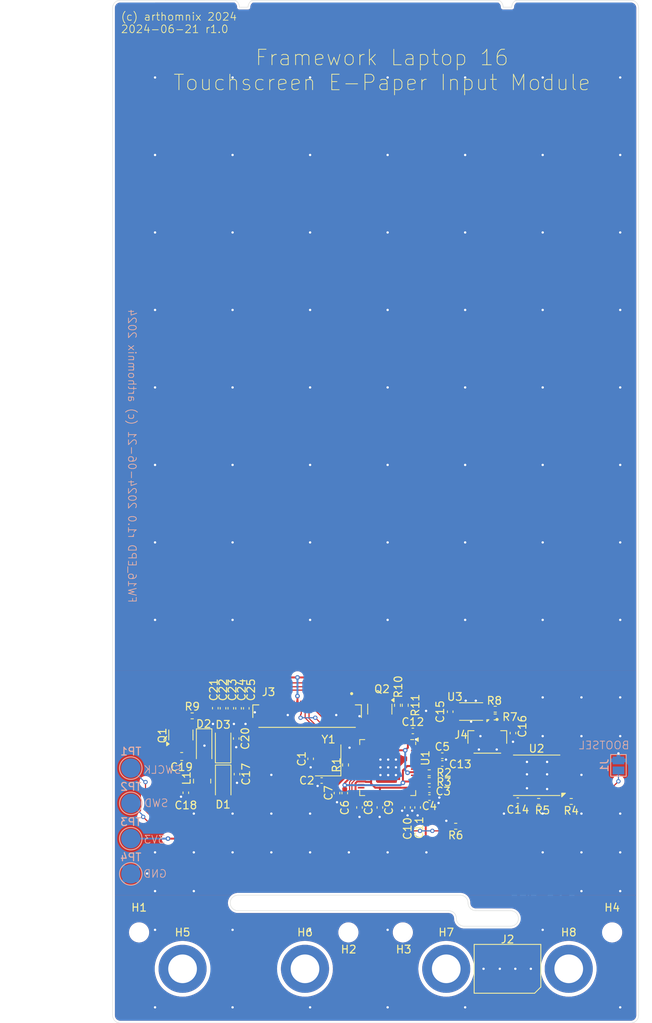
<source format=kicad_pcb>
(kicad_pcb (version 20240108) (generator "pcbnew") (generator_version "8.0")
  (layers (0 "F.Cu" signal) (31 "B.Cu" signal) (34 "B.Paste" user) (35 "F.Paste" user) (36 "B.SilkS" user "B.Silkscreen") (37 "F.SilkS" user "F.Silkscreen") (38 "B.Mask" user) (39 "F.Mask" user) (44 "Edge.Cuts" user))
  (net 0 "")
  (net 1 "Net-(U1-XIN)")
  (net 2 "GND")
  (net 3 "Net-(C2-Pad2)")
  (net 4 "+1V1")
  (net 5 "+3V3")
  (net 6 "/EPD_3V3")
  (net 7 "/EPD_VGH")
  (net 8 "Net-(D2-A)")
  (net 9 "Net-(D1-A)")
  (net 10 "/EPD_VGL")
  (net 11 "/EPD_VDHR")
  (net 12 "/EPD_VDDD")
  (net 13 "/EPD_VDH")
  (net 14 "/EPD_VDL")
  (net 15 "/EPD_VCOM")
  (net 16 "/BOOTSEL#")
  (net 17 "/USB_D+")
  (net 18 "/BOARD_ID")
  (net 19 "+5V")
  (net 20 "/USB_D-")
  (net 21 "/SLEEP#")
  (net 22 "/SPI3_EPD_CS#")
  (net 23 "/EPD_RST#")
  (net 24 "/EPD_RESE")
  (net 25 "/EPD_BUSY#")
  (net 26 "/EPD_GDR")
  (net 27 "/SPI3_EPD_SDA")
  (net 28 "/EPD_DC")
  (net 29 "/I2C_SCL")
  (net 30 "/I2C_SDA")
  (net 31 "/EPD_TOUCH_INT")
  (net 32 "/EPD_TOUCH_RST#")
  (net 33 "Net-(Q2-G)")
  (net 34 "Net-(U1-XOUT)")
  (net 35 "Net-(U1-USB_DP)")
  (net 36 "Net-(U1-USB_DM)")
  (net 37 "/QSPI_SS")
  (net 38 "/EPD_PWR_SW")
  (net 39 "/SWCLK")
  (net 40 "/SWD")
  (net 44 "/SPI3_EPD_SCK")
  (net 45 "/QSPI_SCLK")
  (net 50 "/QSPI_SD1")
  (net 51 "/QSPI_SD2")
  (net 52 "unconnected-(U1-GPIO17-Pad28)")
  (net 53 "/QSPI_SD0")
  (net 63 "/QSPI_SD3")
  (footprint "InputModule:MountingHole_3.7mm_Pad_24929" (layer "F.Cu") (at 117.14 156.747304)
    (property "Reference" "H6")
    (property "Value" "MountingHole")
  )
  (footprint "Capacitor_SMD:C_0603_1608Metric" (layer "F.Cu") (at 101.235 129.347304)
    (property "Reference" "C19")
    (property "Value" "4.7u 25V")
  )
  (footprint "MountingHole:MountingHole_2.1mm" (layer "F.Cu") (at 129.76 152.047304)
    (property "Reference" "H3")
    (property "Value" "MountingHole")
  )
  (footprint "InputModule:MountingHole_3.7mm_Pad_24929" (layer "F.Cu") (at 101.35 156.747304)
    (property "Reference" "H5")
    (property "Value" "MountingHole")
  )
  (footprint "Capacitor_SMD:C_0402_1005Metric" (layer "F.Cu") (at 133.19 134.647304)
    (property "Reference" "C4")
    (property "Value" "1u")
  )
  (footprint "InputModule:PogoPads_2x4_P2.0mm" (layer "F.Cu") (at 143.26 156.747304)
    (property "Reference" "J2")
    (property "Value" "Framework Input Module Connector")
  )
  (footprint "Capacitor_SMD:C_0402_1005Metric" (layer "F.Cu") (at 144.59 135.047304 180)
    (property "Reference" "C14")
    (property "Value" "100n")
  )
  (footprint "Inductor_SMD:L_1008_2520Metric" (layer "F.Cu") (at 103.87 132.522304 90)
    (property "Reference" "L1")
    (property "Value" "10u DFE252010F-100M")
  )
  (footprint "Capacitor_SMD:C_0402_1005Metric" (layer "F.Cu") (at 108.57 123.132304 -90)
    (property "Reference" "C24")
    (property "Value" "1u 25V")
  )
  (footprint "InputModule:MountingHole_3.7mm_Pad_24929" (layer "F.Cu") (at 135.36 156.747304)
    (property "Reference" "H7")
    (property "Value" "MountingHole")
  )
  (footprint "Capacitor_SMD:C_0402_1005Metric" (layer "F.Cu") (at 122.27 134.067304 -90)
    (property "Reference" "C6")
    (property "Value" "100n")
  )
  (footprint "Diode_SMD:D_SOD-123F" (layer "F.Cu") (at 104.13 127.987304 -90)
    (property "Reference" "D2")
    (property "Value" "SS2040FL")
  )
  (footprint "Capacitor_SMD:C_0402_1005Metric" (layer "F.Cu") (at 107.57 123.122304 -90)
    (property "Reference" "C23")
    (property "Value" "1u 25V")
  )
  (footprint "Hirose_FPC:HRS_FH34SRJ-24S-0.5SH_50_" (layer "F.Cu") (at 117.41 123.787304)
    (property "Reference" "J3")
    (property "Value" "FH34SRJ-24S-0.5SH")
  )
  (footprint "Capacitor_SMD:C_0402_1005Metric" (layer "F.Cu") (at 143.97 126.327304 90)
    (property "Reference" "C16")
    (property "Value" "100n")
  )
  (footprint "Capacitor_SMD:C_0402_1005Metric" (layer "F.Cu") (at 108.27 127.027304 -90)
    (property "Reference" "C20")
    (property "Value" "1u 25V")
  )
  (footprint "Diode_SMD:D_SOD-123F" (layer "F.Cu") (at 106.58 127.967304 90)
    (property "Reference" "D3")
    (property "Value" "SS2040FL")
  )
  (footprint "Capacitor_SMD:C_0402_1005Metric" (layer "F.Cu") (at 106.57 123.122304 -90)
    (property "Reference" "C22")
    (property "Value" "1u 25V")
  )
  (footprint "Resistor_SMD:R_0402_1005Metric" (layer "F.Cu") (at 102.59 124.107304 180)
    (property "Reference" "R9")
    (property "Value" "0.47")
  )
  (footprint "Package_SON:WSON-8-1EP_6x5mm_P1.27mm_EP3.4x4.3mm" (layer "F.Cu") (at 147.02 131.772304 180)
    (property "Reference" "U2")
    (property "Value" "W25Q128JVP")
  )
  (footprint "Capacitor_SMD:C_0402_1005Metric" (layer "F.Cu") (at 135.87 123.567304 90)
    (property "Reference" "C15")
    (property "Value" "100n")
  )
  (footprint "Capacitor_SMD:C_0402_1005Metric" (layer "F.Cu") (at 130.37 135.927304 -90)
    (property "Reference" "C10")
    (property "Value" "100n")
  )
  (footprint "Capacitor_SMD:C_0402_1005Metric" (layer "F.Cu") (at 131.05 126.047304)
    (property "Reference" "C12")
    (property "Value" "100n")
  )
  (footprint "Capacitor_SMD:C_0402_1005Metric" (layer "F.Cu") (at 117.87 129.647304 90)
    (property "Reference" "C1")
    (property "Value" "15p")
  )
  (footprint "Package_DFN_QFN:DFN-8-1EP_3x2mm_P0.5mm_EP1.7x1.4mm" (layer "F.Cu") (at 138.57 123.547304 180)
    (property "Reference" "U3")
    (property "Value" "MCP9808_DFN")
  )
  (footprint "Capacitor_SMD:C_0402_1005Metric" (layer "F.Cu") (at 109.57 123.132304 -90)
    (property "Reference" "C25")
    (property "Value" "1u 25V")
  )
  (footprint "Capacitor_SMD:C_0402_1005Metric" (layer "F.Cu") (at 124.17 135.927304 -90)
    (property "Reference" "C8")
    (property "Value" "100n")
  )
  (footprint "Capacitor_SMD:C_0402_1005Metric" (layer "F.Cu") (at 108.37 131.627304 -90)
    (property "Reference" "C17")
    (property "Value" "1u 25V")
  )
  (footprint "Resistor_SMD:R_0402_1005Metric" (layer "F.Cu") (at 151.48 135.147304)
    (property "Reference" "R4")
    (property "Value" "1k")
  )
  (footprint "MountingHole:MountingHole_2.1mm" (layer "F.Cu") (at 95.74 152.047304)
    (property "Reference" "H1")
    (property "Value" "MountingHole")
  )
  (footprint "Capacitor_SMD:C_0402_1005Metric" (layer "F.Cu") (at 126.8 135.927304 -90)
    (property "Reference" "C9")
    (property "Value" "100n")
  )
  (footprint "Capacitor_SMD:C_0402_1005Metric" (layer "F.Cu") (at 134.85 129.247304)
    (property "Reference" "C5")
    (property "Value" "100n")
  )
  (footprint "Capacitor_SMD:C_0402_1005Metric" (layer "F.Cu") (at 133.19 133.647304)
    (property "Reference" "C3")
    (property "Value" "1u")
  )
  (footprint "Package_DFN_QFN:QFN-56-1EP_7x7mm_P0.4mm_EP3.2x3.2mm" (layer "F.Cu") (at 127.81 130.777304 -90)
    (property "Reference" "U1")
    (property "Value" "RP2040")
  )
  (footprint "Resistor_SMD:R_0402_1005Metric" (layer "F.Cu") (at 129.07 122.737304 90)
    (property "Reference" "R10")
    (property "Value" "1k")
  )
  (footprint "MountingHole:MountingHole_2.1mm" (layer "F.Cu") (at 156.76 152.047304)
    (property "Reference" "H4")
    (property "Value" "MountingHole")
  )
  (footprint "Resistor_SMD:R_0402_1005Metric" (layer "F.Cu") (at 130.07 122.737304 90)
    (property "Reference" "R11")
    (property "Value" "150k")
  )
  (footprint "Capacitor_SMD:C_0402_1005Metric" (layer "F.Cu") (at 121.27 134.067304 -90)
    (property "Reference" "C7")
    (property "Value" "100n")
  )
  (footprint "Resistor_SMD:R_0402_1005Metric" (layer "F.Cu") (at 122.37 130.437304 90)
    (property "Reference" "R1")
    (property "Value" "1k")
  )
  (footprint "Capacitor_SMD:C_0402_1005Metric" (layer "F.Cu") (at 131.67 135.927304 -90)
    (property "Reference" "C11")
    (property "Value" "100n")
  )
  (footprint "Resistor_SMD:R_0402_1005Metric" (layer "F.Cu") (at 133.16 132.447304 180)
    (property "Reference" "R3")
    (property "Value" "27.4")
  )
  (footprint "MountingHole:MountingHole_2.1mm" (layer "F.Cu") (at 122.74 152.047304)
    (property "Reference" "H2")
    (property "Value" "MountingHole")
  )
  (footprint "Capacitor_SMD:C_0402_1005Metric" (layer "F.Cu") (at 119.29 132.447304)
    (property "Reference" "C2")
    (property "Value" "15p")
  )
  (footprint "Resistor_SMD:R_0402_1005Metric" (layer "F.Cu") (at 141.68 123.247304 180)
    (property "Reference" "R8")
    (property "Value" "4.7k")
  )
  (footprint "Capacitor_SMD:C_0402_1005Metric" (layer "F.Cu") (at 101.77 134.027304 -90)
    (property "Reference" "C18")
    (property "Value" "1u 6.3V")
  )
  (footprint "Resistor_SMD:R_0402_1005Metric" (layer "F.Cu") (at 147.28 135.147304)
    (property "Reference" "R5")
    (property "Value" "DNF (10k)")
  )
  (footprint "Resistor_SMD:R_0402_1005Metric" (layer "F.Cu") (at 136.58 138.347304 180)
    (property "Reference" "R6")
    (property "Value" "150k")
  )
  (footprint "Crystal:Crystal_SMD_Abracon_ABM8G-4Pin_3.2x2.5mm" (layer "F.Cu") (at 120.12 129.847304 90)
    (property "Reference" "Y1")
    (property "Value" "12.000 MHz ABM8-272-T3")
  )
  (footprint "Hirose_FPC:HRS_FH34SRJ-6S-0.5SH_50_" (layer "F.Cu") (at 140.66 127.117304)
    (property "Reference" "J4")
    (property "Value" "FH34SRJ-6S-0.5SH")
  )
  (footprint "Resistor_SMD:R_0402_1005Metric" (layer "F.Cu") (at 133.16 131.447304 180)
    (property "Reference" "R2")
    (property "Value" "27.4")
  )
  (footprint "Capacitor_SMD:C_0402_1005Metric" (layer "F.Cu") (at 134.85 130.247304)
    (property "Reference" "C13")
    (property "Value" "100n")
  )
  (footprint "Package_TO_SOT_SMD:SOT-23" (layer "F.Cu") (at 101.13 126.569804 90)
    (property "Reference" "Q1")
    (property "Value" "DMG3404L")
  )
  (footprint "Diode_SMD:D_SOD-123F" (layer "F.Cu") (at 106.59 132.657304 -90)
    (property "Reference" "D1")
    (property "Value" "SS2040FL")
  )
  (footprint "InputModule:MountingHole_3.7mm_Pad_24929" (layer "F.Cu") (at 151.16 156.747304)
    (property "Reference" "H8")
    (property "Value" "MountingHole")
  )
  (footprint "Capacitor_SMD:C_0402_1005Metric" (layer "F.Cu") (at 105.57 123.112304 -90)
    (property "Reference" "C21")
    (property "Value" "1u 25V")
  )
  (footprint "Package_TO_SOT_SMD:SOT-23" (layer "F.Cu") (at 126.79 123.234804 -90)
    (property "Reference" "Q2")
    (property "Value" "SSM3J338R")
  )
  (footprint "Resistor_SMD:R_0402_1005Metric" (layer "F.Cu") (at 141.68 124.247304 180)
    (property "Reference" "R7")
    (property "Value" "4.7k")
  )
  (footprint "TestPoint:TestPoint_Pad_D2.5mm" (layer "B.Cu") (at 94.67 130.847304 180)
    (property "Reference" "TP1")
    (property "Value" "TestPoint")
  )
  (footprint "TestPoint:TestPoint_Pad_D2.5mm" (layer "B.Cu") (at 94.67 135.397304 180)
    (property "Reference" "TP2")
    (property "Value" "TestPoint")
  )
  (footprint "Jumper:SolderJumper-2_P1.3mm_Open_Pad1.0x1.5mm" (layer "B.Cu") (at 157.57 130.497304 -90)
    (property "Reference" "J1")
    (property "Value" "Conn_01x02")
  )
  (footprint "TestPoint:TestPoint_Pad_D2.5mm" (layer "B.Cu") (at 94.67 144.497304 180)
    (property "Reference" "TP4")
    (property "Value" "TestPoint")
  )
  (footprint "TestPoint:TestPoint_Pad_D2.5mm" (layer "B.Cu") (at 94.67 139.947304 180)
    (property "Reference" "TP3")
    (property "Value" "TestPoint")
  )
  (gr_line (start 139.17 149.247304) (end 143.67 149.247304) (stroke (width 0.05)) (layer "Edge.Cuts"))
  (gr_line (start 109.79 32.647304) (end 108.68 32.647304) (stroke (width 0.05)) (layer "Edge.Cuts"))
  (gr_arc (start 139.17 149.247304) (mid 138.462893 148.954411) (end 138.17 148.247304) (stroke (width 0.05)) (layer "Edge.Cuts"))
  (gr_line (start 143.67 151.247304) (end 137.67 151.247304) (stroke (width 0.05)) (layer "Edge.Cuts"))
  (gr_line (start 108.111101 31.745) (end 93.32 31.747304) (stroke (width 0.05)) (layer "Edge.Cuts"))
  (gr_arc (start 143.67 149.247304) (mid 144.67 150.247304) (end 143.67 151.247304) (stroke (width 0.05)) (layer "Edge.Cuts"))
  (gr_arc (start 137.67 151.247304) (mid 136.962893 150.954411) (end 136.67 150.247304) (stroke (width 0.05)) (layer "Edge.Cuts"))
  (gr_arc (start 108.111101 31.745) (mid 108.525902 32.113966) (end 108.68 32.647304) (stroke (width 0.05)) (layer "Edge.Cuts"))
  (gr_arc (start 93.32 163.747304) (mid 92.612893 163.454411) (end 92.32 162.747304) (stroke (width 0.05)) (layer "Edge.Cuts"))
  (gr_arc (start 109.79 32.647304) (mid 109.941705 32.117781) (end 110.35079 31.74892) (stroke (width 0.05)) (layer "Edge.Cuts"))
  (gr_line (start 143.81 32.647304) (end 142.7 32.647304) (stroke (width 0.05)) (layer "Edge.Cuts"))
  (gr_arc (start 92.32 32.747304) (mid 92.612893 32.040197) (end 93.32 31.747304) (stroke (width 0.05)) (layer "Edge.Cuts"))
  (gr_arc (start 160.17 162.747304) (mid 159.877107 163.454411) (end 159.17 163.747304) (stroke (width 0.05)) (layer "Edge.Cuts"))
  (gr_line (start 135.67 149.247304) (end 108.5 149.247304) (stroke (width 0.05)) (layer "Edge.Cuts"))
  (gr_arc (start 142.13921 31.74892) (mid 142.548295 32.117781) (end 142.7 32.647304) (stroke (width 0.05)) (layer "Edge.Cuts"))
  (gr_line (start 142.13921 31.74892) (end 110.35079 31.74892) (stroke (width 0.05)) (layer "Edge.Cuts"))
  (gr_arc (start 108.5 149.247304) (mid 107.499996 148.2473) (end 108.5 147.247304) (stroke (width 0.05)) (layer "Edge.Cuts"))
  (gr_arc (start 135.67 149.247304) (mid 136.377107 149.540197) (end 136.67 150.247304) (stroke (width 0.05)) (layer "Edge.Cuts"))
  (gr_line (start 160.17 32.747304) (end 160.17 162.747304) (stroke (width 0.05)) (layer "Edge.Cuts"))
  (gr_line (start 92.32 32.747304) (end 92.32 162.747304) (stroke (width 0.05)) (layer "Edge.Cuts"))
  (gr_arc (start 137.17 147.247304) (mid 137.877107 147.540197) (end 138.17 148.247304) (stroke (width 0.05)) (layer "Edge.Cuts"))
  (gr_arc (start 143.81 32.647304) (mid 143.961705 32.117781) (end 144.37079 31.74892) (stroke (width 0.05)) (layer "Edge.Cuts"))
  (gr_line (start 137.17 147.247304) (end 108.5 147.247304) (stroke (width 0.05)) (layer "Edge.Cuts"))
  (gr_arc (start 159.17 31.747304) (mid 159.877107 32.040197) (end 160.17 32.747304) (stroke (width 0.05)) (layer "Edge.Cuts"))
  (gr_line (start 159.17 31.747304) (end 144.37079 31.74892) (stroke (width 0.05)) (layer "Edge.Cuts"))
  (gr_line (start 159.17 163.747304) (end 93.32 163.747304) (stroke (width 0.05)) (layer "Edge.Cuts"))
  (gr_text "3V3" (at 99.17 140.647304 0) (layer "B.SilkS") (effects (font (size 1 1) (thickness 0.1)) (justify left bottom mirror)))
  (gr_text "FW16_EPD r1.0 2024-06-21 (c) arthomnix 2024" (at 94.25 109.59 -90) (layer "B.SilkS") (effects (font (size 1 1) (thickness 0.1)) (justify left bottom mirror)))
  (gr_text "SWCLK" (at 101.27 131.647304 0) (layer "B.SilkS") (effects (font (size 1 1) (thickness 0.1)) (justify left bottom mirror)))
  (gr_text "SWD" (at 99.57 135.947304 0) (layer "B.SilkS") (effects (font (size 1 1) (thickness 0.1)) (justify left bottom mirror)))
  (gr_text "BOOTSEL" (at 159.05 128.487304 0) (layer "B.SilkS") (effects (font (size 1 1) (thickness 0.1)) (justify left bottom mirror)))
  (gr_text "GND" (at 99.39 145.067304 0) (layer "B.SilkS") (effects (font (size 1 1) (thickness 0.1)) (justify left bottom mirror)))
  (gr_text "Framework Laptop 16\nTouchscreen E-Paper Input Module" (at 127.07 43.547304 0) (layer "F.SilkS") (effects (font (size 2 2) (thickness 0.1)) (justify bottom)))
  (gr_text "(c) arthomnix 2024\n2024-06-21 r1.0" (at 93.34 36.067304 0) (layer "F.SilkS") (effects (font (size 1 1) (thickness 0.1)) (justify left bottom)))
  (segment (start 121.96 129.432304) (end 121.545 129.847304) (width 0.15) (layer "F.Cu") (net 1))
  (segment (start 121.545 129.847304) (end 119.87 129.847304) (width 0.15) (layer "F.Cu") (net 1))
  (segment (start 123.03402 129.432304) (end 121.96 129.432304) (width 0.15) (layer "F.Cu") (net 1))
  (segment (start 119.27 129.247304) (end 119.27 128.747304) (width 0.15) (layer "F.Cu") (net 1))
  (segment (start 123.77902 130.177304) (end 123.03402 129.432304) (width 0.15) (layer "F.Cu") (net 1))
  (segment (start 117.87 129.167304) (end 118.85 129.167304) (width 0.15) (layer "F.Cu") (net 1))
  (segment (start 119.27 128.747304) (end 119.27 128.647304) (width 0.15) (layer "F.Cu") (net 1))
  (segment (start 119.35 129.167304) (end 119.77 128.747304) (width 0.15) (layer "F.Cu") (net 1))
  (segment (start 119.37 129.247304) (end 119.37 129.147304) (width 0.15) (layer "F.Cu") (net 1))
  (segment (start 118.85 129.167304) (end 119.27 128.747304) (width 0.15) (layer "F.Cu") (net 1))
  (segment (start 119.87 129.847304) (end 119.27 129.247304) (width 0.15) (layer "F.Cu") (net 1))
  (segment (start 124.3725 130.177304) (end 123.77902 130.177304) (width 0.15) (layer "F.Cu") (net 1))
  (segment (start 114.92 124.097304) (end 114.97 124.047304) (width 0.25) (layer "F.Cu") (net 2))
  (segment (start 114.92 123.997304) (end 114.92 124.097304) (width 0.25) (layer "F.Cu") (net 2))
  (segment (start 120.47 123.997304) (end 121.17 123.997304) (width 0.25) (layer "F.Cu") (net 2))
  (segment (start 140.02 122.097304) (end 139.77 121.847304) (width 0.25) (layer "F.Cu") (net 2))
  (segment (start 131.53 126.047304) (end 131.53 127.087304) (width 0.25) (layer "F.Cu") (net 2))
  (segment (start 139.47 121.847304) (end 139.17 122.147304) (width 0.25) (layer "F.Cu") (net 2))
  (segment (start 139.57 128.447304) (end 138.49 128.447304) (width 0.25) (layer "F.Cu") (net 2))
  (segment (start 147.02 131.772304) (end 147.02 130.997304) (width 0.25) (layer "F.Cu") (net 2))
  (segment (start 148.46 131.947304) (end 148.37 131.647304) (width 0.15) (layer "F.Cu") (net 2))
  (segment (start 117.87 130.127304) (end 117.87 130.747304) (width 0.25) (layer "F.Cu") (net 2))
  (segment (start 135.33 129.247304) (end 135.33 130.247304) (width 0.25) (layer "F.Cu") (net 2))
  (segment (start 115.16 123.857304) (end 115.02 123.997304) (width 0.25) (layer "F.Cu") (net 2))
  (segment (start 142.91 128.367304) (end 141.95 128.367304) (width 0.25) (layer "F.Cu") (net 2))
  (segment (start 135.87 123.087304) (end 136.21 123.087304) (width 0.25) (layer "F.Cu") (net 2))
  (segment (start 148.37 130.047304) (end 148.55 129.867304) (width 0.25) (layer "F.Cu") (net 2))
  (segment (start 118.81 132.447304) (end 118.81 131.407304) (width 0.25) (layer "F.Cu") (net 2))
  (segment (start 137.12 123.797304) (end 137.12 122.797304) (width 0.25) (layer "F.Cu") (net 2))
  (segment (start 122.348775 128.747304) (end 122.885 128.211079) (width 0.25) (layer "F.Cu") (net 2))
  (segment (start 115.16 122.537304) (end 115.16 123.857304) (width 0.25) (layer "F.Cu") (net 2))
  (segment (start 141.87 128.447304) (end 139.57 128.447304) (width 0.25) (layer "F.Cu") (net 2))
  (segment (start 117.87 130.747304) (end 119.07 130.747304) (width 0.25) (layer "F.Cu") (net 2))
  (segment (start 118.81 131.407304) (end 119.27 130.947304) (width 0.25) (layer "F.Cu") (net 2))
  (segment (start 140.02 122.797304) (end 140.02 122.097304) (width 0.25) (layer "F.Cu") (net 2))
  (segment (start 148.19 129.867304) (end 148.37 130.047304) (width 0.25) (layer "F.Cu") (net 2))
  (segment (start 148.15 129.867304) (end 148.19 129.867304) (width 0.25) (layer "F.Cu") (net 2))
  (segment (start 140.02 122.797304) (end 139.32 122.797304) (width 0.25) (layer "F.Cu") (net 2))
  (segment (start 135.33 129.747304) (end 135.33 130.247304) (width 0.25) (layer "F.Cu") (net 2))
  (segment (start 147.02 130.997304) (end 148.15 129.867304) (width 0.25) (layer "F.Cu") (net 2))
  (segment (start 123.873994 129.777304) (end 122.885 128.78831) (width 0.25) (layer "F.Cu") (net 2))
  (segment (start 141.95 128.367304) (end 141.87 128.447304) (width 0.25) (layer "F.Cu") (net 2))
  (segment (start 138.49 128.447304) (end 138.41 128.367304) (width 0.25) (layer "F.Cu") (net 2))
  (segment (start 139.91 125.867304) (end 139.91 126.582304) (width 0.25) (layer "F.Cu") (net 2))
  (segment (start 122.885 128.78831) (end 122.885 128.211079) (width 0.25) (layer "F.Cu") (net 2))
  (segment (start 119.66 123.187304) (end 120.47 123.997304) (width 0.25) (layer "F.Cu") (net 2))
  (segment (start 120.97 128.747304) (end 122.348775 128.747304) (width 0.25) (layer "F.Cu") (net 2))
  (segment (start 136.42 123.297304) (end 137.12 123.297304) (width 0.25) (layer "F.Cu") (net 2))
  (segment (start 119.66 122.537304) (end 119.66 123.187304) (width 0.25) (layer "F.Cu") (net 2))
  (segment (start 139.91 126.582304) (end 139.77 126.722304) (width 0.25) (layer "F.Cu") (net 2))
  (segment (start 139.32 122.797304) (end 138.57 123.547304) (width 0.25) (layer "F.Cu") (net 2))
  (segment (start 115.02 123.997304) (end 114.92 123.997304) (width 0.25) (layer "F.Cu") (net 2))
  (segment (start 139.77 121.847304) (end 139.47 121.847304) (width 0.25) (layer "F.Cu") (net 2))
  (segment (start 138.32 123.297304) (end 138.57 123.547304) (width 0.25) (layer "F.Cu") (net 2))
  (segment (start 148.55 129.867304) (end 149.72 129.867304) (width 0.25) (layer "F.Cu") (net 2))
  (segment (start 148.37 131.647304) (end 148.48 131.927304) (width 0.15) (layer "F.Cu") (net 2))
  (segment (start 137.12 123.297304) (end 138.32 123.297304) (width 0.25) (layer "F.Cu") (net 2))
  (segment (start 124.3725 129.777304) (end 123.873994 129.777304) (width 0.25) (layer "F.Cu") (net 2))
  (segment (start 136.21 123.087304) (end 136.42 123.297304) (width 0.25) (layer "F.Cu") (net 2))
  (segment (start 131.53 127.087304) (end 131.47 127.147304) (width 0.25) (layer "F.Cu") (net 2))
  (segment (start 119.07 130.747304) (end 119.27 130.947304) (width 0.25) (layer "F.Cu") (net 2))
  (via (at 117.8 71.72) (size 0.6) (drill 0.3) (layers "F.Cu" "B.Cu") (net 2))
  (via (at 138.57 124.847304) (size 0.56) (drill 0.3) (layers "F.Cu" "B.Cu") (net 2))
  (via (at 152.8 146.72) (size 0.6) (drill 0.3) (layers "F.Cu" "B.Cu") (net 2))
  (via (at 152.8 136.72) (size 0.6) (drill 0.3) (layers "F.Cu" "B.Cu") (net 2))
  (via (at 146.27 156.747304) (size 0.56) (drill 0.3) (layers "F.Cu" "B.Cu") (net 2))
  (via (at 108.27 128.147304) (size 0.56) (drill 0.3) (layers "F.Cu" "B.Cu") (net 2))
  (via (at 112.8 131.72) (size 0.6) (drill 0.3) (layers "F.Cu" "B.Cu") (net 2))
  (via (at 132.76 123.46) (size 0.56) (drill 0.3) (layers "F.Cu" "B.Cu") (net 2))
  (via (at 131.47 127.147304) (size 0.6) (drill 0.3) (layers "F.Cu" "B.Cu") (net 2))
  (via (at 145.77 131.647304) (size 0.56) (drill 0.3) (layers "F.Cu" "B.Cu") (net 2))
  (via (at 134.37 135.347304) (size 0.56) (drill 0.3) (layers "F.Cu" "B.Cu") (net 2))
  (via (at 127.8 151.72) (size 0.6) (drill 0.3) (layers "F.Cu" "B.Cu") (net 2))
  (via (at 147.8 151.72) (size 0.6) (drill 0.3) (layers "F.Cu" "B.Cu") (net 2))
  (via (at 139.57 128.447304) (size 0.56) (drill 0.3) (layers "F.Cu" "B.Cu") (net 2))
  (via (at 128.87 131.747304) (size 0.56) (drill 0.3) (layers "F.Cu" "B.Cu") (net 2))
  (via (at 107.8 141.72) (size 0.6) (drill 0.3) (layers "F.Cu" "B.Cu") (net 2))
  (via (at 157.8 141.72) (size 0.6) (drill 0.3) (layers "F.Cu" "B.Cu") (net 2))
  (via (at 102.8 136.72) (size 0.6) (drill 0.3) (layers "F.Cu" "B.Cu") (net 2))
  (via (at 139.77 126.722304) (size 0.6) (drill 0.3) (layers "F.Cu" "B.Cu") (net 2))
  (via (at 117.8 111.72) (size 0.6) (drill 0.3) (layers "F.Cu" "B.Cu") (net 2))
  (via (at 112.8 141.72) (size 0.6) (drill 0.3) (layers "F.Cu" "B.Cu") (net 2))
  (via (at 127.8 51.72) (size 0.6) (drill 0.3) (layers "F.Cu" "B.Cu") (net 2))
  (via (at 97.8 161.72) (size 0.6) (drill 0.3) (layers "F.Cu" "B.Cu") (net 2))
  (via (at 141.87 128.447304) (size 0.56) (drill 0.3) (layers "F.Cu" "B.Cu") (net 2))
  (via (at 148.37 131.647304) (size 0.56) (drill 0.3) (layers "F.Cu" "B.Cu") (net 2))
  (via (at 157.8 91.72) (size 0.6) (drill 0.3) (layers "F.Cu" "B.Cu") (net 2))
  (via (at 127.8 111.72) (size 0.6) (drill 0.3) (layers "F.Cu" "B.Cu") (net 2))
  (via (at 157.8 126.72) (size 0.6) (drill 0.3) (layers "F.Cu" "B.Cu") (net 2))
  (via (at 126.77 137.147304) (size 0.56) (drill 0.3) (layers "F.Cu" "B.Cu") (net 2))
  (via (at 147.8 71.72) (size 0.6) (drill 0.3) (layers "F.Cu" "B.Cu") (net 2))
  (via (at 128.87 130.747304) (size 0.56) (drill 0.3) (layers "F.Cu" "B.Cu") (net 2))
  (via (at 117.8 136.72) (size 0.6) (drill 0.3) (layers "F.Cu" "B.Cu") (net 2))
  (via (at 107.8 71.72) (size 0.6) (drill 0.3) (layers "F.Cu" "B.Cu") (net 2))
  (via (at 97.8 41.72) (size 0.6) (drill 0.3) (layers "F.Cu" "B.Cu") (net 2))
  (via (at 157.8 71.72) (size 0.6) (drill 0.3) (layers "F.Cu" "B.Cu") (net 2))
  (via (at 127.8 81.72) (size 0.6) (drill 0.3) (layers "F.Cu" "B.Cu") (net 2))
  (via (at 122.885 128.211079) (size 0.6) (drill 0.3) (layers "F.Cu" "B.Cu") (net 2))
  (via (at 127.8 141.72) (size 0.6) (drill 0.3) (layers "F.Cu" "B.Cu") (net 2))
  (via (at 142.8 136.72) (size 0.6) (drill 0.3) (layers "F.Cu" "B.Cu") (net 2))
  (via (at 97.8 101.72) (size 0.6) (drill 0.3) (layers "F.Cu" "B.Cu") (net 2))
  (via (at 147.8 81.72) (size 0.6) (drill 0.3) (layers "F.Cu" "B.Cu") (net 2))
  (via (at 97.8 81.72) (size 0.6) (drill 0.3) (layers "F.Cu" "B.Cu") (net 2))
  (via (at 147.8 126.72) (size 0.6) (drill 0.3) (layers "F.Cu" "B.Cu") (net 2))
  (via (at 127.8 101.72) (size 0.6) (drill 0.3) (layers "F.Cu" "B.Cu") (net 2))
  (via (at 147.8 121.72) (size 0.6) (drill 0.3) (layers "F.Cu" "B.Cu") (net 2))
  (via (at 121.27 135.247304) (size 0.56) (drill 0.3) (layers "F.Cu" "B.Cu") (net 2))
  (via (at 152.8 141.72) (size 0.6) (drill 0.3) (layers "F.Cu" "B.Cu") (net 2))
  (via (at 127.87 131.747304) (size 0.56) (drill 0.3) (layers "F.Cu" "B.Cu") (net 2))
  (via (at 152.8 126.72) (size 0.6) (drill 0.3) (layers "F.Cu" "B.Cu") (net 2))
  (via (at 109.47 125.147304) (size 0.56) (drill 0.3) (layers "F.Cu" "B.Cu") (net 2))
  (via (at 157.8 51.72) (size 0.6) (drill 0.3) (layers "F.Cu" "B.Cu") (net 2))
  (via (at 142.27 156.747304) (size 0.56) (drill 0.3) (layers "F.Cu" "B.Cu") (net 2))
  (via (at 97.8 71.72) (size 0.6) (drill 0.3) (layers "F.Cu" "B.Cu") (net 2))
  (via (at 97.8 91.72) (size 0.6) (drill 0.3) (layers "F.Cu" "B.Cu") (net 2))
  (via (at 147.8 51.72) (size 0.6) (drill 0.3) (layers "F.Cu" "B.Cu") (net 2))
  (via (at 132.8 141.72) (size 0.6) (drill 0.3) (layers "F.Cu" "B.Cu") (net 2))
  (via (at 137.8 61.72) (size 0.6) (drill 0.3) (layers "F.Cu" "B.Cu") (net 2))
  (via (at 107.8 101.72) (size 0.6) (drill 0.3) (layers "F.Cu" "B.Cu") (net 2))
  (via (at 152.8 121.72) (size 0.6) (drill 0.3) (layers "F.Cu" "B.Cu") (net 2))
  (via (at 127.87 129.747304) (size 0.56) (drill 0.3) (layers "F.Cu" "B.Cu") (net 2))
  (via (at 147.8 101.72) (size 0.6) (drill 0.3) (layers "F.Cu" "B.Cu") (net 2))
  (via (at 157.8 61.72) (size 0.6) (drill 0.3) (layers "F.Cu" "B.Cu") (net 2))
  (via (at 96.77 144.447304) (size 0.56) (drill 0.3) (layers "F.Cu" "B.Cu") (net 2))
  (via (at 147.8 141.72) (size 0.6) (drill 0.3) (layers "F.Cu" "B.Cu") (net 2))
  (via (at 112.8 136.72) (size 0.6) (drill 0.3) (layers "F.Cu" "B.Cu") (net 2))
  (via (at 137.8 101.72) (size 0.6) (drill 0.3) (layers "F.Cu" "B.Cu") (net 2))
  (via (at 157.8 111.72) (size 0.6) (drill 0.3) (layers "F.Cu" "B.Cu") (net 2))
  (via (at 137.8 41.72) (size 0.6) (drill 0.3) (layers "F.Cu" "B.Cu") (net 2))
  (via (at 102.8 141.72) (size 0.6) (drill 0.3) (layers "F.Cu" "B.Cu") (net 2))
  (via (at 110.67 123.647304) (size 0.56) (drill 0.3) (layers "F.Cu" "B.Cu") (net 2))
  (via (at 127.8 41.72) (size 0.6) (drill 0.3) (layers "F.Cu" "B.Cu") (net 2))
  (via (at 144.27 156.747304) (size 0.56) (drill 0.3) (layers "F.Cu" "B.Cu") (net 2))
  (via (at 105.27 125.147304) (size 0.56) (drill 0.3) (layers "F.Cu" "B.Cu") (net 2))
  (via (at 157.8 161.72) (size 0.6) (drill 0.3) (layers "F.Cu" "B.Cu") (net 2))
  (via (at 107.8 41.72) (size 0.6) (drill 0.3) (layers "F.Cu" "B.Cu") (net 2))
  (via (at 130.97 136.347304) (size 0.56) (drill 0.3) (layers "F.Cu" "B.Cu") (net 2))
  (via (at 107.8 61.72) (size 0.6) (drill 0.3) (layers "F.Cu" "B.Cu") (net 2))
  (via (at 134.47 134.647304) (size 0.56) (drill 0.3) (layers "F.Cu" "B.Cu") (net 2))
  (via (at 147.8 111.72) (size 0.6) (drill 0.3) (layers "F.Cu" "B.Cu") (net 2))
  (via (at 137.8 161.72) (size 0.6) (drill 0.3) (layers "F.Cu" "B.Cu") (net 2))
  (via (at 126.87 131.747304) (size 0.56) (drill 0.3) (layers "F.Cu" "B.Cu") (net 2))
  (via (at 108.37 132.747304) (size 0.56) (drill 0.3) (layers "F.Cu" "B.Cu") (net 2))
  (via (at 117.8 141.72) (size 0.6) (drill 0.3) (layers "F.Cu" "B.Cu") (net 2))
  (via (at 127.8 61.72) (size 0.6) (drill 0.3) (layers "F.Cu" "B.Cu") (net 2))
  (via (at 121.17 123.997304) (size 0.6) (drill 0.3) (layers "F.Cu" "B.Cu") (net 2))
  (via (at 117.8 51.72) (size 0.6) (drill 0.3) (layers "F.Cu" "B.Cu") (net 2))
  (via (at 107.8 111.72) (size 0.6) (drill 0.3) (layers "F.Cu" "B.Cu") (net 2))
  (via (at 137.8 91.72) (size 0.6) (drill 0.3) (layers "F.Cu" "B.Cu") (net 2))
  (via (at 97.8 146.72) (size 0.6) (drill 0.3) (layers "F.Cu" "B.Cu") (net 2))
  (via (at 97.8 51.72) (size 0.6) (drill 0.3) (layers "F.Cu" "B.Cu") (net 2))
  (via (at 97.8 151.72) (size 0.6) (drill 0.3) (layers "F.Cu" "B.Cu") (net 2))
  (via (at 126.87 129.747304) (size 0.56) (drill 0.3) (layers "F.Cu" "B.Cu") (net 2))
  (via (at 107.8 51.72) (size 0.6) (drill 0.3) (layers "F.Cu" "B.Cu") (net 2))
  (via (at 124.17 137.147304) (size 0.56) (drill 0.3) (layers "F.Cu" "B.Cu") (net 2))
  (via (at 117.8 61.72) (size 0.6) (drill 0.3) (layers "F.Cu" "B.Cu") (net 2))
  (via (at 117.8 101.72) (size 0.6) (drill 0.3) (layers "F.Cu" "B.Cu") (net 2))
  (via (at 137.8 81.72) (size 0.6) (drill 0.3) (layers "F.Cu" "B.Cu") (net 2))
  (via (at 143.97 127.447304) (size 0.56) (drill 0.3) (layers "F.Cu" "B.Cu") (net 2))
  (via (at 145.77 133.447304) (size 0.56) (drill 0.3) (layers "F.Cu" "B.Cu") (net 2))
  (via (at 117.87 130.747304) (size 0.56) (drill 0.3) (layers "F.Cu" "B.Cu") (net 2))
  (via (at 130.37 136.947304) (size 0.56) (drill 0.3) (layers "F.Cu" "B.Cu") (net 2))
  (via (at 127.8 161.72) (size 0.6) (drill 0.3) (layers "F.Cu" "B.Cu") (net 2))
  (via (at 124.17 124.147304) (size 0.56) (drill 0.3) (layers "F.Cu" "B.Cu") (net 2))
  (via (at 114.92 123.997304) (size 0.56) (drill 0.3) (layers "F.Cu" "B.Cu") (net 2))
  (via (at 157.8 146.72) (size 0.6) (drill 0.3) (layers "F.Cu" "B.Cu") (net 2))
  (via (at 135.37 137.647304) (size 0.56) (drill 0.3) (layers "F.Cu" "B.Cu") (net 2))
  (via (at 107.8 91.72) (size 0.6) (drill 0.3) (layers "F.Cu" "B.Cu") (net 2))
  (via (at 127.87 130.747304) (size 0.56) (drill 0.3) (layers "F.Cu" "B.Cu") (net 2))
  (via (at 117.8 91.72) (size 0.6) (drill 0.3) (layers "F.Cu" "B.Cu") (net 2))
  (via (at 126.87 130.747304) (size 0.56) (drill 0.3) (layers "F.Cu" "B.Cu") (net 2))
  (via (at 117.8 161.72) (size 0.6) (drill 0.3) (layers "F.Cu" "B.Cu") (net 2))
  (via (at 135.33 129.747304) (size 0.6) (drill 0.3) (layers "F.Cu" "B.Cu") (net 2))
  (via (at 102.8 146.72) (size 0.6) (drill 0.3) (layers "F.Cu" "B.Cu") (net 2))
  (via (at 157.8 41.72) (size 0.6) (drill 0.3) (layers "F.Cu" "B.Cu") (net 2))
  (via (at 147.8 91.72) (size 0.6) (drill 0.3) (layers "F.Cu" "B.Cu") (net 2))
  (via (at 152.8 131.72) (size 0.6) (drill 0.3) (layers "F.Cu" "B.Cu") (net 2))
  (via (at 107.8 136.72) (size 0.6) (drill 0.3) (layers "F.Cu" "B.Cu") (net 2))
  (via (at 157.8 121.72) (size 0.6) (drill 0.3) (layers "F.Cu" "B.Cu") (net 2))
  (via (at 148.37 133.547304) (size 0.56) (drill 0.3) (layers "F.Cu" "B.Cu") (net 2))
  (via (at 157.8 136.72) (size 0.6) (drill 0.3) (layers "F.Cu" "B.Cu") (net 2))
  (via (at 147.8 136.72) (size 0.6) (drill 0.3) (layers "F.Cu" "B.Cu") (net 2))
  (via (at 140.17 156.747304) (size 0.56) (drill 0.3) (layers "F.Cu" "B.Cu") (net 2))
  (via (at 137.8 111.72) (size 0.6) (drill 0.3) (layers "F.Cu" "B.Cu") (net 2))
  (via (at 122.8 141.72) (size 0.6) (drill 0.3) (layers "F.Cu" "B.Cu") (net 2))
  (via (at 101.15 134.537304) (size 0.56) (drill 0.3) (layers "F.Cu" "B.Cu") (net 2))
  (via (at 148.37 130.047304) (size 0.56) (drill 0.3) (layers "F.Cu" "B.Cu") (net 2))
  (via (at 97.8 141.72) (size 0.6) (drill 0.3) (layers "F.Cu" "B.Cu") (net 2))
  (via (at 107.97 125.147304) (size 0.56) (drill 0.3) (layers "F.Cu" "B.Cu") (net 2))
  (via (at 104.17 127.947304) (size 0.56) (drill 0.3) (layers "F.Cu" "B.Cu") (net 2))
  (via (at 118.77 133.147304) (size 0.56) (drill 0.3) (layers "F.Cu" "B.Cu") (net 2))
  (via (at 157.8 81.72) (size 0.6) (drill 0.3) (layers "F.Cu" "B.Cu") (net 2))
  (via (at 128.87 129.747304) (size 0.56) (drill 0.3) (layers "F.Cu" "B.Cu") (net 2))
  (via (at 97.8 111.72) (size 0.6) (drill 0.3) (layers "F.Cu" "B.Cu") (net 2))
  (via (at 127.8 71.72) (size 0.6) (drill 0.3) (layers "F.Cu" "B.Cu") (net 2))
  (via (at 137.8 71.72) (size 0.6) (drill 0.3) (layers "F.Cu" "B.Cu") (net 2))
  (via (at 117.8 81.72) (size 0.6) (drill 0.3) (layers "F.Cu" "B.Cu") (net 2))
  (via (at 97.8 61.72) (size 0.6) (drill 0.3) (layers "F.Cu" "B.Cu") (net 2))
  (via (at 127.8 91.72) (size 0.6) (drill 0.3) (layers "F.Cu" "B.Cu") (net 2))
  (via (at 157.57 128.947304) (size 0.56) (drill 0.3) (layers "F.Cu" "B.Cu") (net 2))
  (via (at 157.8 101.72) (size 0.6) (drill 0.3) (layers "F.Cu" "B.Cu") (net 2))
  (via (at 145.77 130.047304) (size 0.56) (drill 0.3) (layers "F.Cu" "B.Cu") (net 2))
  (via (at 129.67 136.347304) (size 0.56) (drill 0.3) (layers "F.Cu" "B.Cu") (net 2))
  (via (at 117.8 151.72) (size 0.6) (drill 0.3) (layers "F.Cu" "B.Cu") (net 2))
  (via (at 137.8 51.72) (size 0.6) (drill 0.3) (layers "F.Cu" "B.Cu") (net 2))
  (via (at 131.67 136.947304) (size 0.56) (drill 0.3) (layers "F.Cu" "B.Cu") (net 2))
  (via (at 117.8 41.72) (size 0.6) (drill 0.3) (layers "F.Cu" "B.Cu") (net 2))
  (via (at 107.8 161.72) (size 0.6) (drill 0.3) (layers "F.Cu" "B.Cu") (net 2))
  (via (at 147.8 41.72) (size 0.6) (drill 0.3) (layers "F.Cu" "B.Cu") (net 2))
  (via (at 147.8 61.72) (size 0.6) (drill 0.3) (layers "F.Cu" "B.Cu") (net 2))
  (via (at 137.87 122.147304) (size 0.56) (drill 0.3) (layers "F.Cu" "B.Cu") (net 2))
  (via (at 139.17 122.147304) (size 0.56) (drill 0.3) (layers "F.Cu" "B.Cu") (net 2))
  (via (at 107.8 81.72) (size 0.6) (drill 0.3) (layers "F.Cu" "B.Cu") (net 2))
  (via (at 107.8 151.72) (size 0.6) (drill 0.3) (layers "F.Cu" "B.Cu") (net 2))
  (segment (start 120.97 132.147304) (end 120.97 130.947304) (width 0.15) (layer "F.Cu") (net 3))
  (segment (start 120.67 132.447304) (end 120.97 132.147304) (width 0.15) (layer "F.Cu") (net 3))
  (segment (start 119.77 132.447304) (end 120.67 132.447304) (width 0.15) (layer "F.Cu") (net 3))
  (segment (start 122.37 130.947304) (end 120.97 130.947304) (width 0.15) (layer "F.Cu") (net 3))
  (segment (start 129.77 132.747304) (end 129.77 131.147304) (width 0.25) (layer "F.Cu") (net 4))
  (segment (start 122.27 132.767085) (end 123.659781 131.377304) (width 0.25) (layer "F.Cu") (net 4))
  (segment (start 132.71 133.541298) (end 132.71 133.647304) (width 0.25) (layer "F.Cu") (net 4))
  (segment (start 123.659781 131.377304) (end 124.3725 131.377304) (width 0.25) (layer "F.Cu") (net 4))
  (segment (start 132.175746 130.352304) (end 133.265 130.352304) (width 0.25) (layer "F.Cu") (net 4))
  (segment (start 130.34 130.577304) (end 131.2475 130.577304) (width 0.25) (layer "F.Cu") (net 4))
  (segment (start 122.27 133.587304) (end 122.27 133.047304) (width 0.25) (layer "F.Cu") (net 4))
  (segment (start 131.2475 132.577304) (end 131.746006 132.577304) (width 0.25) (layer "F.Cu") (net 4))
  (segment (start 131.950746 130.577304) (end 132.175746 130.352304) (width 0.25) (layer "F.Cu") (net 4))
  (segment (start 129.77 131.147304) (end 130.34 130.577304) (width 0.25) (layer "F.Cu") (net 4))
  (segment (start 129.94 132.577304) (end 131.2475 132.577304) (width 0.25) (layer "F.Cu") (net 4))
  (segment (start 131.2475 130.577304) (end 131.950746 130.577304) (width 0.25) (layer "F.Cu") (net 4))
  (segment (start 129.77 132.747304) (end 129.94 132.577304) (width 0.25) (layer "F.Cu") (net 4))
  (segment (start 122.27 133.047304) (end 122.27 132.767085) (width 0.25) (layer "F.Cu") (net 4))
  (segment (start 131.746006 132.577304) (end 132.71 133.541298) (width 0.25) (layer "F.Cu") (net 4))
  (segment (start 133.265 130.352304) (end 134.37 129.247304) (width 0.25) (layer "F.Cu") (net 4))
  (via (at 129.77 132.747304) (size 0.6) (drill 0.3) (layers "F.Cu" "B.Cu") (net 4))
  (via (at 122.27 133.047304) (size 0.6) (drill 0.3) (layers "F.Cu" "B.Cu") (net 4))
  (segment (start 129.47 133.047304) (end 129.77 132.747304) (width 0.25) (layer "B.Cu") (net 4))
  (segment (start 122.27 133.047304) (end 129.47 133.047304) (width 0.25) (layer "B.Cu") (net 4))
  (segment (start 125.84 122.297304) (end 125.84 121.477304) (width 0.25) (layer "F.Cu") (net 5))
  (segment (start 134.955 130.832304) (end 134.37 130.247304) (width 0.25) (layer "F.Cu") (net 5))
  (segment (start 124.3725 132.577304) (end 124.922591 132.577304) (width 0.25) (layer "F.Cu") (net 5))
  (segment (start 126.47 120.847304) (end 131.57 120.847304) (width 0.25) (layer "F.Cu") (net 5))
  (segment (start 126.81 134.214804) (end 126.81 135.437304) (width 0.25) (layer "F.Cu") (net 5))
  (segment (start 131.57 120.847304) (end 133.37 120.847304) (width 0.25) (layer "F.Cu") (net 5))
  (segment (start 132.71 134.647304) (end 132.71 139.907304) (width 0.25) (layer "F.Cu") (net 5))
  (segment (start 124.922591 132.577304) (end 124.971591 132.626304) (width 0.25) (layer "F.Cu") (net 5))
  (segment (start 136.62 124.297304) (end 136.37 124.047304) (width 0.25) (layer "F.Cu") (net 5))
  (segment (start 133.865 130.752304) (end 134.37 130.247304) (width 0.25) (layer "F.Cu") (net 5))
  (segment (start 130.41 133.437304) (end 130.47 133.377304) (width 0.25) (layer "F.Cu") (net 5))
  (segment (start 136.205 130.832304) (end 134.955 130.832304) (width 0.25) (layer "F.Cu") (net 5))
  (segment (start 132.71 139.907304) (end 132.67 139.947304) (width 0.25) (layer "F.Cu") (net 5))
  (segment (start 131.2475 132.977304) (end 131.2475 133.377304) (width 0.25) (layer "F.Cu") (net 5))
  (segment (start 126.81 127.339804) (end 126.81 128.487304) (width 0.25) (layer "F.Cu") (net 5))
  (segment (start 144.32 133.677304) (end 139.05 133.677304) (width 0.25) (layer "F.Cu") (net 5))
  (segment (start 126.81 133.417304) (end 126.77 133.377304) (width 0.25) (layer "F.Cu") (net 5))
  (segment (start 131.2475 130.977304) (end 132.116432 130.977304) (width 0.25) (layer "F.Cu") (net 5))
  (segment (start 126.81 128.487304) (end 126.87 128.547304) (width 0.25) (layer "F.Cu") (net 5))
  (segment (start 130.41 127.339804) (end 130.41 126.207304) (width 0.25) (layer "F.Cu") (net 5))
  (segment (start 142.19 123.247304) (end 142.19 124.247304) (width 0.25) (layer "F.Cu") (net 5))
  (segment (start 132.07 134.347304) (end 132.37 134.647304) (width 0.25) (layer "F.Cu") (net 5))
  (segment (start 130.41 134.214804) (end 130.41 133.437304) (width 0.25) (layer "F.Cu") (net 5))
  (segment (start 140.26 153.537304) (end 140.26 154.997304) (width 0.25) (layer "F.Cu") (net 5))
  (segment (start 125.64 130.977304) (end 125.67 130.947304) (width 0.25) (layer "F.Cu") (net 5))
  (segment (start 130.41 128.207304) (end 130.07 128.547304) (width 0.25) (layer "F.Cu") (net 5))
  (segment (start 134.67 124.047304) (end 133.77 123.147304) (width 0.25) (layer "F.Cu") (net 5))
  (segment (start 131.2475 131.377304) (end 131.2475 130.977304) (width 0.25) (layer "F.Cu") (net 5))
  (segment (start 126.17 128.547304) (end 125.67 129.047304) (width 0.25) (layer "F.Cu") (net 5))
  (segment (start 136.37 124.047304) (end 135.87 124.047304) (width 0.25) (layer "F.Cu") (net 5))
  (segment (start 124.3725 130.977304) (end 123.38 130.977304) (width 0.25) (layer "F.Cu") (net 5))
  (segment (start 125.67 129.047304) (end 125.67 130.947304) (width 0.25) (layer "F.Cu") (net 5))
  (segment (start 123.873994 132.577304) (end 123.66 132.791298) (width 0.25) (layer "F.Cu") (net 5))
  (segment (start 133.77 123.147304) (end 133.77 121.547304) (width 0.25) (layer "F.Cu") (net 5))
  (segment (start 126.81 135.437304) (end 126.8 135.447304) (width 0.25) (layer "F.Cu") (net 5))
  (segment (start 123.66 132.791298) (end 123.66 134.937304) (width 0.25) (layer "F.Cu") (net 5))
  (segment (start 144.32 133.677304) (end 145.07 134.427304) (width 0.25) (layer "F.Cu") (net 5))
  (segment (start 121.27 133.587304) (end 121.27 133.087304) (width 0.25) (layer "F.Cu") (net 5))
  (segment (start 133.77 120.847304) (end 140.57 120.847304) (width 0.25) (layer "F.Cu") (net 5))
  (segment (start 131.67 135.447304) (end 131.67 134.747304) (width 0.25) (layer "F.Cu") (net 5))
  (segment (start 121.27 133.087304) (end 123.38 130.977304) (width 0.25) (layer "F.Cu") (net 5))
  (segment (start 135.87 124.047304) (end 134.67 124.047304) (width 0.25) (layer "F.Cu") (net 5))
  (segment (start 144.63 152.787304) (end 141.01 152.787304) (width 0.25) (layer "F.Cu") (net 5))
  (segment (start 124.971591 132.626304) (end 125.591 132.626304) (width 0.25) (layer "F.Cu") (net 5))
  (segment (start 125.591 132.626304) (end 125.67 132.547304) (width 0.25) (layer "F.Cu") (net 5))
  (segment (start 132.67 139.947304) (end 99.47 139.947304) (width 0.25) (layer "F.Cu") (net 5))
  (segment (start 137.12 124.297304) (end 136.62 124.297304) (width 0.25) (layer "F.Cu") (net 5))
  (segment (start 145.67 151.747304) (end 144.63 152.787304) (width 0.25) (layer "F.Cu") (net 5))
  (segment (start 139.05 133.677304) (end 136.205 130.832304) (width 0.25) (layer "F.Cu") (net 5))
  (segment (start 130.41 126.207304) (end 130.57 126.047304) (width 0.25) (layer "F.Cu") (net 5))
  (segment (start 132.07 133.647304) (end 132.07 134.347304) (width 0.25) (layer "F.Cu") (net 5))
  (segment (start 131.2475 133.377304) (end 130.47 133.377304) (width 0.25) (layer "F.Cu") (net 5))
  (segment (start 126.81 127.339804) (end 126.81 125.707304) (width 0.25) (layer "F.Cu") (net 5))
  (segment (start 131.57 122.647304) (end 130.97 123.247304) (width 0.25) (layer "F.Cu") (net 5))
  (segment (start 127.57 124.947304) (end 127.57 123.609608) (width 0.25) (layer "F.Cu") (net 5))
  (segment (start 127.57 123.609608) (end 126.257696 122.297304) (width 0.25) (layer "F.Cu") (net 5))
  (segment (start 130.41 134.214804) (end 130.41 135.407304) (width 0.25) (layer "F.Cu") (net 5))
  (segment (start 130.44 131.377304) (end 130.37 131.447304) (width 0.25) (layer "F.Cu") (net 5))
  (segment (start 133.77 121.547304) (end 133.77 120.847304) (width 0.25) (layer "F.Cu") (net 5))
  (segment (start 131.2475 131.377304) (end 130.44 131.377304) (width 0.25) (layer "F.Cu") (net 5))
  (segment (start 137.37 139.947304) (end 145.67 148.247304) (width 0.25) (layer "F.Cu") (net 5))
  (segment (start 141.01 152.787304) (end 140.26 153.537304) (width 0.25) (layer "F.Cu") (net 5))
  (segment (start 125.67 132.547304) (end 125.67 130.947304) (width 0.25) (layer "F.Cu") (net 5))
  (segment (start 132.116432 130.977304) (end 132.341432 130.752304) (width 0.25) (layer "F.Cu") (net 5))
  (segment (start 145.67 148.247304) (end 145.67 151.747304) (width 0.25) (layer "F.Cu") (net 5))
  (segment (start 140.57 120.847304) (end 142.19 122.467304) (width 0.25) (layer "F.Cu") (net 5))
  (segment (start 146.67 135.047304) (end 146.77 135.147304) (width 0.25) (layer "F.Cu") (net 5))
  (segment (start 130.97 123.247304) (end 130.07 123.247304) (width 0.25) (layer "F.Cu") (net 5))
  (segment (start 132.37 134.647304) (end 132.71 134.647304) (width 0.25) (layer "F.Cu") (net 5))
  (segment (start 132.341432 130.752304) (end 133.865 130.752304) (width 0.25) (layer "F.Cu") (net 5))
  (segment (start 145.07 135.047304) (end 146.67 135.047304) (width 0.25) (layer "F.Cu") (net 5))
  (segment (start 133.72 139.947304) (end 132.67 139.947304) (width 0.25) (layer "F.Cu") (net 5))
  (segment (start 126.81 125.707304) (end 127.57 124.947304) (width 0.25) (layer "F.Cu") (net 5))
  (segment (start 131.8 133.377304) (end 132.07 133.647304) (width 0.25) (layer "F.Cu") (net 5))
  (segment (start 126.77 133.377304) (end 130.47 133.377304) (width 0.25) (layer "F.Cu") (net 5))
  (segment (start 142.19 122.467304) (end 142.19 123.247304) (width 0.25) (layer "F.Cu") (net 5))
  (segment (start 125.67 132.547304) (end 125.67 132.847304) (width 0.25) (layer "F.Cu") (net 5))
  (segment (start 130.07 128.547304) (end 126.87 128.547304) (width 0.25) (layer "F.Cu") (net 5))
  (segment (start 125.67 132.847304) (end 126.2 133.377304) (width 0.25) (layer "F.Cu") (net 5))
  (segment (start 125.84 121.477304) (end 126.47 120.847304) (width 0.25) (layer "F.Cu") (net 5))
  (segment (start 133.37 120.847304) (end 133.77 120.847304) (width 0.25) (layer "F.Cu") (net 5))
  (segment (start 130.41 127.339804) (end 130.41 128.207304) (width 0.25) (layer "F.Cu") (net 5))
  (segment (start 126.257696 122.297304) (end 125.84 122.297304) (width 0.25) (layer "F.Cu") (net 5))
  (segment (start 126.87 128.547304) (end 126.17 128.547304) (width 0.25) (layer "F.Cu") (net 5))
  (segment (start 130.41 135.407304) (end 130.37 135.447304) (width 0.25) (layer "F.Cu") (net 5))
  (segment (start 124.3725 130.977304) (end 125.64 130.977304) (width 0.25) (layer "F.Cu") (net 5))
  (segment (start 133.72 139.947304) (end 137.37 139.947304) (width 0.25) (layer "F.Cu") (net 5))
  (segment (start 124.3725 132.577304) (end 123.873994 132.577304) (width 0.25) (layer "F.Cu") (net 5))
  (segment (start 126.81 134.214804) (end 126.81 133.417304) (width 0.25) (layer "F.Cu") (net 5))
  (segment (start 131.67 134.747304) (end 132.07 134.347304) (width 0.25) (layer "F.Cu") (net 5))
  (segment (start 131.57 120.847304) (end 131.57 122.647304) (width 0.25) (layer "F.Cu") (net 5))
  (segment (start 131.2475 133.377304) (end 131.8 133.377304) (width 0.25) (layer "F.Cu") (net 5))
  (segment (start 126.2 133.377304) (end 126.77 133.377304) (width 0.25) (layer "F.Cu") (net 5))
  (segment (start 123.66 134.937304) (end 124.17 135.447304) (width 0.25) (layer "F.Cu") (net 5))
  (segment (start 145.07 134.427304) (end 145.07 135.047304) (width 0.25) (layer "F.Cu") (net 5))
  (via (at 130.37 131.447304) (size 0.6) (drill 0.3) (layers "F.Cu" "B.Cu") (net 5))
  (via (at 99.47 139.947304) (size 0.6) (drill 0.3) (layers "F.Cu" "B.Cu") (net 5))
  (via (at 130.07 128.547304) (size 0.6) (drill 0.3) (layers "F.Cu" "B.Cu") (net 5))
  (segment (start 130.07 131.147304) (end 130.37 131.447304) (width 0.25) (layer "B.Cu") (net 5))
  (segment (start 99.47 139.947304) (end 94.67 139.947304) (width 0.25) (layer "B.Cu") (net 5))
  (segment (start 130.07 128.547304) (end 130.07 131.147304) (width 0.25) (layer "B.Cu") (net 5))
  (segment (start 141.47 120.347304) (end 142.87 121.747304) (width 0.25) (layer "F.Cu") (net 6))
  (segment (start 142.87 125.847304) (end 141.93 125.847304) (width 0.25) (layer "F.Cu") (net 6))
  (segment (start 125.395 124.172304) (end 124.27 123.047304) (width 0.25) (layer "F.Cu") (net 6))
  (segment (start 116.17 119.147304) (end 100.652696 119.147304) (width 0.25) (layer "F.Cu") (net 6))
  (segment (start 143.97 125.847304) (end 142.87 125.847304) (width 0.25) (layer "F.Cu") (net 6))
  (segment (start 98.6 121.2) (end 98.6 131.2) (width 0.25) (layer "F.Cu") (net 6))
  (segment (start 125.77 120.347304) (end 124.27 120.347304) (width 0.25) (layer "F.Cu") (net 6))
  (segment (start 103.82 133.547304) (end 103.87 133.597304) (width 0.25) (layer "F.Cu") (net 6))
  (segment (start 98.6 131.2) (end 100.947304 133.547304) (width 0.25) (layer "F.Cu") (net 6))
  (segment (start 116.17 122.527304) (end 116.16 122.537304) (width 0.25) (layer "F.Cu") (net 6))
  (segment (start 120.97 119.147304) (end 116.17 119.147304) (width 0.25) (layer "F.Cu") (net 6))
  (segment (start 100.652696 119.147304) (end 98.6 121.2) (width 0.25) (layer "F.Cu") (net 6))
  (segment (start 142.87 121.747304) (end 142.87 125.847304) (width 0.25) (layer "F.Cu") (net 6))
  (segment (start 124.27 120.347304) (end 122.17 120.347304) (width 0.25) (layer "F.Cu") (net 6))
  (segment (start 100.947304 133.547304) (end 101.77 133.547304) (width 0.25) (layer "F.Cu") (net 6))
  (segment (start 126.79 124.172304) (end 125.395 124.172304) (width 0.25) (layer "F.Cu") (net 6))
  (segment (start 116.16 122.537304) (end 115.66 122.537304) (width 0.25) (layer "F.Cu") (net 6))
  (segment (start 122.17 120.347304) (end 120.97 119.147304) (width 0.25) (layer "F.Cu") (net 6))
  (segment (start 116.17 121.547304) (end 116.17 122.527304) (width 0.25) (layer "F.Cu") (net 6))
  (segment (start 141.93 125.847304) (end 141.91 125.867304) (width 0.25) (layer "F.Cu") (net 6))
  (segment (start 101.77 133.547304) (end 103.82 133.547304) (width 0.25) (layer "F.Cu") (net 6))
  (segment (start 124.27 123.047304) (end 124.27 120.347304) (width 0.25) (layer "F.Cu") (net 6))
  (segment (start 125.77 120.347304) (end 141.47 120.347304) (width 0.25) (layer "F.Cu") (net 6))
  (segment (start 126.81 124.192304) (end 126.79 124.172304) (width 0.25) (layer "F.Cu") (net 6))
  (via (at 116.17 121.547304) (size 0.6) (drill 0.3) (layers "F.Cu" "B.Cu") (net 6))
  (via (at 116.17 119.147304) (size 0.6) (drill 0.3) (layers "F.Cu" "B.Cu") (net 6))
  (segment (start 116.17 121.547304) (end 116.17 119.147304) (width 0.25) (layer "B.Cu") (net 6))
  (segment (start 107.07 131.147304) (end 106.96 131.257304) (width 0.15) (layer "F.Cu") (net 7))
  (segment (start 107.07 131.147304) (end 108.37 131.147304) (width 0.15) (layer "F.Cu") (net 7))
  (segment (start 108.77 131.147304) (end 108.37 131.147304) (width 0.15) (layer "F.Cu") (net 7))
  (segment (start 113.16 126.757304) (end 108.77 131.147304) (width 0.15) (layer "F.Cu") (net 7))
  (segment (start 106.59 131.257304) (end 106.96 131.257304) (width 0.15) (layer "F.Cu") (net 7))
  (segment (start 113.16 122.537304) (end 113.16 126.757304) (width 0.15) (layer "F.Cu") (net 7))
  (segment (start 106.69 131.157304) (end 106.59 131.257304) (width 0.15) (layer "F.Cu") (net 7))
  (segment (start 104.15 129.367304) (end 104.13 129.387304) (width 0.15) (layer "F.Cu") (net 8))
  (segment (start 104.13 129.387304) (end 102.05 129.387304) (width 0.15) (layer "F.Cu") (net 8))
  (segment (start 106.58 129.367304) (end 104.15 129.367304) (width 0.15) (layer "F.Cu") (net 8))
  (segment (start 102.05 129.387304) (end 102.01 129.347304) (width 0.15) (layer "F.Cu") (net 8))
  (segment (start 101.37 131.447304) (end 103.87 131.447304) (width 0.15) (layer "F.Cu") (net 9))
  (segment (start 106.59 133.767304) (end 104.27 131.447304) (width 0.15) (layer "F.Cu") (net 9))
  (segment (start 106.59 134.057304) (end 106.59 133.767304) (width 0.15) (layer "F.Cu") (net 9))
  (segment (start 101.13 125.632304) (end 101.13 128.677304) (width 0.15) (layer "F.Cu") (net 9))
  (segment (start 100.46 129.347304) (end 100.46 130.537304) (width 0.15) (layer "F.Cu") (net 9))
  (segment (start 100.46 130.537304) (end 101.37 131.447304) (width 0.15) (layer "F.Cu") (net 9))
  (segment (start 101.13 128.677304) (end 100.46 129.347304) (width 0.15) (layer "F.Cu") (net 9))
  (segment (start 104.27 131.447304) (end 103.87 131.447304) (width 0.15) (layer "F.Cu") (net 9))
  (segment (start 106.4 134.247304) (end 106.59 134.057304) (width 0.15) (layer "F.Cu") (net 9))
  (segment (start 106.58 126.567304) (end 110.75 126.567304) (width 0.15) (layer "F.Cu") (net 10))
  (segment (start 110.75 126.567304) (end 112.16 125.157304) (width 0.15) (layer "F.Cu") (net 10))
  (segment (start 106.59 126.577304) (end 106.58 126.567304) (width 0.15) (layer "F.Cu") (net 10))
  (segment (start 112.16 125.157304) (end 112.16 122.537304) (width 0.15) (layer "F.Cu") (net 10))
  (segment (start 107.42 120.782304) (end 105.57 122.632304) (width 0.15) (layer "F.Cu") (net 11))
  (segment (start 119.955 120.782304) (end 121.16 121.987304) (width 0.15) (layer "F.Cu") (net 11))
  (segment (start 119.955 120.782304) (end 107.42 120.782304) (width 0.15) (layer "F.Cu") (net 11))
  (segment (start 121.16 121.987304) (end 121.16 122.537304) (width 0.15) (layer "F.Cu") (net 11))
  (segment (start 114.66 122.537304) (end 114.66 121.987304) (width 0.15) (layer "F.Cu") (net 12))
  (segment (start 114.66 121.987304) (end 113.755 121.082304) (width 0.15) (layer "F.Cu") (net 12))
  (segment (start 113.755 121.082304) (end 108.13 121.082304) (width 0.15) (layer "F.Cu") (net 12))
  (segment (start 108.13 121.082304) (end 106.57 122.642304) (width 0.15) (layer "F.Cu") (net 12))
  (segment (start 113.66 122.537304) (end 113.66 121.987304) (width 0.15) (layer "F.Cu") (net 13))
  (segment (start 108.83 121.382304) (end 107.57 122.642304) (width 0.15) (layer "F.Cu") (net 13))
  (segment (start 113.055 121.382304) (end 108.83 121.382304) (width 0.15) (layer "F.Cu") (net 13))
  (segment (start 113.66 121.987304) (end 113.055 121.382304) (width 0.15) (layer "F.Cu") (net 13))
  (segment (start 112.355 121.682304) (end 109.54 121.682304) (width 0.15) (layer "F.Cu") (net 14))
  (segment (start 109.54 121.682304) (end 108.57 122.652304) (width 0.15) (layer "F.Cu") (net 14))
  (segment (start 112.66 122.537304) (end 112.66 121.987304) (width 0.15) (layer "F.Cu") (net 14))
  (segment (start 112.66 121.987304) (end 112.355 121.682304) (width 0.15) (layer "F.Cu") (net 14))
  (segment (start 109.685 122.537304) (end 109.57 122.652304) (width 0.15) (layer "F.Cu") (net 15))
  (segment (start 111.66 122.537304) (end 109.685 122.537304) (width 0.15) (layer "F.Cu") (net 15))
  (segment (start 151.99 135.147304) (end 154.97 135.147304) (width 0.15) (layer "F.Cu") (net 16))
  (segment (start 154.97 135.147304) (end 157.57 132.547304) (width 0.15) (layer "F.Cu") (net 16))
  (via (at 157.57 132.547304) (size 0.56) (drill 0.3) (layers "F.Cu" "B.Cu") (net 16))
  (segment (start 157.57 132.547304) (end 157.57 131.147304) (width 0.15) (layer "B.Cu") (net 16))
  (segment (start 145.130208 162.147304) (end 142.86 159.877096) (width 0.65) (layer "F.Cu") (net 17))
  (segment (start 134.150001 131.447304) (end 133.67 131.447304) (width 0.65) (layer "F.Cu") (net 17))
  (segment (start 134.250001 131.547304) (end 134.150001 131.447304) (width 0.65) (layer "F.Cu") (net 17))
  (segment (start 135.035686 131.547304) (end 154.57 151.081618) (width 0.65) (layer "F.Cu") (net 17))
  (segment (start 157.57 159.41299) (end 154.835686 162.147304) (width 0.65) (layer "F.Cu") (net 17))
  (segment (start 154.57 152.747304) (end 157.57 155.747304) (width 0.65) (layer "F.Cu") (net 17))
  (segment (start 154.835686 162.147304) (end 145.130208 162.147304) (width 0.65) (layer "F.Cu") (net 17))
  (segment (start 142.86 159.097304) (end 142.26 158.497304) (width 0.65) (layer "F.Cu") (net 17))
  (segment (start 154.57 151.081618) (end 154.57 152.747304) (width 0.65) (layer "F.Cu") (net 17))
  (segment (start 135.035686 131.547304) (end 134.250001 131.547304) (width 0.65) (layer "F.Cu") (net 17))
  (segment (start 157.57 155.747304) (end 157.57 159.41299) (width 0.65) (layer "F.Cu") (net 17))
  (segment (start 142.86 159.877096) (end 142.86 159.097304) (width 0.65) (layer "F.Cu") (net 17))
  (segment (start 146.53 152.727304) (end 144.26 154.997304) (width 0.15) (layer "F.Cu") (net 18))
  (segment (start 137.09 138.347304) (end 137.09 138.467304) (width 0.15) (layer "F.Cu") (net 18))
  (segment (start 137.47 138.547304) (end 146.53 147.607304) (width 0.15) (layer "F.Cu") (net 18))
  (segment (start 137.17 138.547304) (end 137.47 138.547304) (width 0.15) (layer "F.Cu") (net 18))
  (segment (start 137.09 138.467304) (end 137.17 138.547304) (width 0.15) (layer "F.Cu") (net 18))
  (segment (start 146.53 147.607304) (end 146.53 152.727304) (width 0.15) (layer "F.Cu") (net 18))
  (segment (start 153.77 153.078674) (end 153.77 151.41299) (width 0.65) (layer "F.Cu") (net 20))
  (segment (start 156.77 159.081618) (end 156.77 156.078674) (width 0.65) (layer "F.Cu") (net 20))
  (segment (start 150.635201 149.610047) (end 150.529134 149.50398) (width 0.65) (layer "F.Cu") (net 20))
  (segment (start 134.250001 132.347304) (end 134.150001 132.447304) (width 0.65) (layer "F.Cu") (net 20))
  (segment (start 154.504314 161.347304) (end 156.77 159.081618) (width 0.65) (layer "F.Cu") (net 20))
  (segment (start 149.39783 147.912921) (end 149.604071 147.706681) (width 0.65) (layer "F.Cu") (net 20))
  (segment (start 143.66 159.545724) (end 145.46158 161.347304) (width 0.65) (layer "F.Cu") (net 20))
  (segment (start 151.866811 149.509802) (end 151.760749 149.403739) (width 0.65) (layer "F.Cu") (net 20))
  (segment (start 150.169758 148.272368) (end 149.963516 148.478607) (width 0.65) (layer "F.Cu") (net 20))
  (segment (start 149.503898 148.478608) (end 149.397831 148.372541) (width 0.65) (layer "F.Cu") (net 20))
  (segment (start 149.498007 147.140997) (end 148.075411 145.718401) (width 0.65) (layer "F.Cu") (net 20))
  (segment (start 145.46158 161.347304) (end 154.504314 161.347304) (width 0.65) (layer "F.Cu") (net 20))
  (segment (start 152.4325 150.53511) (end 152.22622 150.741387) (width 0.65) (layer "F.Cu") (net 20))
  (segment (start 134.704316 132.347304) (end 134.250001 132.347304) (width 0.65) (layer "F.Cu") (net 20))
  (segment (start 150.735441 148.378432) (end 150.629378 148.272368) (width 0.65) (layer "F.Cu") (net 20))
  (segment (start 148.075411 145.718399) (end 134.704316 132.347304) (width 0.65) (layer "F.Cu") (net 20))
  (segment (start 149.60407 147.247061) (end 149.498007 147.140997) (width 0.65) (layer "F.Cu") (net 20))
  (segment (start 156.77 156.078674) (end 153.77 153.078674) (width 0.65) (layer "F.Cu") (net 20))
  (segment (start 150.529133 149.04436) (end 150.735442 148.838052) (width 0.65) (layer "F.Cu") (net 20))
  (segment (start 144.26 158.497304) (end 143.66 159.097304) (width 0.65) (layer "F.Cu") (net 20))
  (segment (start 151.660534 150.175702) (end 151.866811 149.969422) (width 0.65) (layer "F.Cu") (net 20))
  (segment (start 151.7666 150.741387) (end 151.660533 150.63532) (width 0.65) (layer "F.Cu") (net 20))
  (segment (start 148.075411 145.718401) (end 148.075411 145.718399) (width 0.65) (layer "F.Cu") (net 20))
  (segment (start 134.150001 132.447304) (end 133.67 132.447304) (width 0.65) (layer "F.Cu") (net 20))
  (segment (start 143.66 159.097304) (end 143.66 159.545724) (width 0.65) (layer "F.Cu") (net 20))
  (segment (start 153.77 151.41299) (end 152.89212 150.53511) (width 0.65) (layer "F.Cu") (net 20))
  (segment (start 151.301129 149.403739) (end 151.094819 149.610046) (width 0.65) (layer "F.Cu") (net 20))
  (arc (start 150.629378 148.272368) (mid 150.399568 148.177178) (end 150.169758 148.272368) (width 0.65) (layer "F.Cu") (net 20))
  (arc (start 149.963516 148.478607) (mid 149.733706 148.573797) (end 149.503898 148.478608) (width 0.65) (layer "F.Cu") (net 20))
  (arc (start 149.604071 147.706681) (mid 149.699261 147.476871) (end 149.60407 147.247061) (width 0.65) (layer "F.Cu") (net 20))
  (arc (start 151.660533 150.63532) (mid 151.565342 150.405511) (end 151.660534 150.175702) (width 0.65) (layer "F.Cu") (net 20))
  (arc (start 151.094819 149.610046) (mid 150.865009 149.705236) (end 150.635201 149.610047) (width 0.65) (layer "F.Cu") (net 20))
  (arc (start 152.22622 150.741387) (mid 151.99641 150.836577) (end 151.7666 150.741387) (width 0.65) (layer "F.Cu") (net 20))
  (arc (start 150.735442 148.838052) (mid 150.830632 148.608242) (end 150.735441 148.378432) (width 0.65) (layer "F.Cu") (net 20))
  (arc (start 150.529134 149.50398) (mid 150.433943 149.274171) (end 150.529133 149.04436) (width 0.65) (layer "F.Cu") (net 20))
  (arc (start 151.866811 149.969422) (mid 151.962001 149.739612) (end 151.866811 149.509802) (width 0.65) (layer "F.Cu") (net 20))
  (arc (start 152.89212 150.53511) (mid 152.66231 150.43992) (end 152.4325 150.53511) (width 0.65) (layer "F.Cu") (net 20))
  (arc (start 151.760749 149.403739) (mid 151.530939 149.308549) (end 151.301129 149.403739) (width 0.65) (layer "F.Cu") (net 20))
  (arc (start 149.397831 148.372541) (mid 149.30264 148.142732) (end 149.39783 147.912921) (width 0.65) (layer "F.Cu") (net 20))
  (segment (start 145.185736 153.647304) (end 146.23 152.60304) (width 0.15) (layer "F.Cu") (net 21))
  (segment (start 142.26 154.557304) (end 142.26 154.997304) (width 0.15) (layer "F.Cu") (net 21))
  (segment (start 131.97 138.947304) (end 130.17 138.947304) (width 0.15) (layer "F.Cu") (net 21))
  (segment (start 146.23 147.731568) (end 137.445736 138.947304) (width 0.15) (layer "F.Cu") (net 21))
  (segment (start 146.23 152.60304) (end 146.23 147.731568) (width 0.15) (layer "F.Cu") (net 21))
  (segment (start 137.445736 138.947304) (end 133.57 138.947304) (width 0.15) (layer "F.Cu") (net 21))
  (segment (start 130.17 138.947304) (end 128.41 137.187304) (width 0.15) (layer "F.Cu") (net 21))
  (segment (start 142.26 154.997304) (end 143.61 153.647304) (width 0.15) (layer "F.Cu") (net 21))
  (segment (start 128.41 137.187304) (end 128.41 134.214804) (width 0.15) (layer "F.Cu") (net 21))
  (segment (start 143.61 153.647304) (end 145.185736 153.647304) (width 0.15) (layer "F.Cu") (net 21))
  (via (at 133.57 138.947304) (size 0.56) (drill 0.3) (layers "F.Cu" "B.Cu") (net 21))
  (via (at 131.97 138.947304) (size 0.56) (drill 0.3) (layers "F.Cu" "B.Cu") (net 21))
  (segment (start 133.57 138.947304) (end 131.97 138.947304) (width 0.15) (layer "B.Cu") (net 21))
  (segment (start 123.71 127.787304) (end 122.97 127.047304) (width 0.15) (layer "F.Cu") (net 22))
  (segment (start 117.66 124.437304) (end 117.66 122.537304) (width 0.15) (layer "F.Cu") (net 22))
  (segment (start 120.27 127.047304) (end 117.66 124.437304) (width 0.15) (layer "F.Cu") (net 22))
  (segment (start 124.3725 128.577304) (end 123.944706 128.577304) (width 0.15) (layer "F.Cu") (net 22))
  (segment (start 123.71 128.342598) (end 123.71 127.787304) (width 0.15) (layer "F.Cu") (net 22))
  (segment (start 122.97 127.047304) (end 120.27 127.047304) (width 0.15) (layer "F.Cu") (net 22))
  (segment (start 123.944706 128.577304) (end 123.71 128.342598) (width 0.15) (layer "F.Cu") (net 22))
  (segment (start 125.645736 126.147304) (end 121.700762 126.147304) (width 0.15) (layer "F.Cu") (net 23))
  (segment (start 118.66 123.106542) (end 118.66 122.537304) (width 0.15) (layer "F.Cu") (net 23))
  (segment (start 126.01 126.511568) (end 125.645736 126.147304) (width 0.15) (layer "F.Cu") (net 23))
  (segment (start 121.700762 126.147304) (end 118.66 123.106542) (width 0.15) (layer "F.Cu") (net 23))
  (segment (start 126.01 127.339804) (end 126.01 126.511568) (width 0.15) (layer "F.Cu") (net 23))
  (segment (start 122.16 122.537304) (end 122.16 121.987304) (width 0.15) (layer "F.Cu") (net 24))
  (segment (start 120.52 120.347304) (end 103.37 120.347304) (width 0.15) (layer "F.Cu") (net 24))
  (segment (start 103.37 120.347304) (end 102.08 121.637304) (width 0.15) (layer "F.Cu") (net 24))
  (segment (start 102.08 121.637304) (end 102.08 124.107304) (width 0.15) (layer "F.Cu") (net 24))
  (segment (start 102.08 127.507304) (end 102.08 124.107304) (width 0.15) (layer "F.Cu") (net 24))
  (segment (start 122.16 121.987304) (end 120.52 120.347304) (width 0.15) (layer "F.Cu") (net 24))
  (segment (start 126.41 126.487304) (end 126.41 127.339804) (width 0.15) (layer "F.Cu") (net 25))
  (segment (start 119.175 122.552304) (end 119.16 122.537304) (width 0.15) (layer "F.Cu") (net 25))
  (segment (start 121.825026 125.847304) (end 125.77 125.847304) (width 0.15) (layer "F.Cu") (net 25))
  (segment (start 125.77 125.847304) (end 126.41 126.487304) (width 0.15) (layer "F.Cu") (net 25))
  (segment (start 119.16 123.182278) (end 121.825026 125.847304) (width 0.15) (layer "F.Cu") (net 25))
  (segment (start 119.16 122.537304) (end 119.16 123.182278) (width 0.15) (layer "F.Cu") (net 25))
  (segment (start 122.66 121.737304) (end 120.77 119.847304) (width 0.15) (layer "F.Cu") (net 26))
  (segment (start 101.76 119.847304) (end 100.18 121.427304) (width 0.15) (layer "F.Cu") (net 26))
  (segment (start 120.77 119.847304) (end 101.76 119.847304) (width 0.15) (layer "F.Cu") (net 26))
  (segment (start 100.18 121.427304) (end 100.18 127.507304) (width 0.15) (layer "F.Cu") (net 26))
  (segment (start 122.66 122.537304) (end 122.66 121.737304) (width 0.15) (layer "F.Cu") (net 26))
  (segment (start 120.87 126.747304) (end 118.47 124.347304) (width 0.15) (layer "F.Cu") (net 27))
  (segment (start 124.97 126.747304) (end 120.87 126.747304) (width 0.15) (layer "F.Cu") (net 27))
  (segment (start 116.66 123.857304) (end 116.66 122.537304) (width 0.15) (layer "F.Cu") (net 27))
  (segment (start 125.21 127.339804) (end 125.21 126.987304) (width 0.15) (layer "F.Cu") (net 27))
  (segment (start 116.57 123.947304) (end 116.66 123.857304) (width 0.15) (layer "F.Cu") (net 27))
  (segment (start 116.57 124.347304) (end 116.57 123.947304) (width 0.15) (layer "F.Cu") (net 27))
  (segment (start 125.21 126.987304) (end 124.97 126.747304) (width 0.15) (layer "F.Cu") (net 27))
  (via (at 118.47 124.347304) (size 0.56) (drill 0.3) (layers "F.Cu" "B.Cu") (net 27))
  (via (at 116.57 124.347304) (size 0.56) (drill 0.3) (layers "F.Cu" "B.Cu") (net 27))
  (segment (start 118.47 124.347304) (end 116.57 124.347304) (width 0.15) (layer "B.Cu") (net 27))
  (segment (start 118.16 122.537304) (end 118.16 123.087304) (width 0.15) (layer "F.Cu") (net 28))
  (segment (start 125.27 126.447304) (end 125.61 126.787304) (width 0.15) (layer "F.Cu") (net 28))
  (segment (start 121.52 126.447304) (end 125.27 126.447304) (width 0.15) (layer "F.Cu") (net 28))
  (segment (start 125.61 126.787304) (end 125.61 127.339804) (width 0.15) (layer "F.Cu") (net 28))
  (segment (start 118.16 123.087304) (end 121.52 126.447304) (width 0.15) (layer "F.Cu") (net 28))
  (segment (start 129.51803 124.612304) (end 132.307792 124.612304) (width 0.15) (layer "F.Cu") (net 29))
  (segment (start 139.427089 125.884393) (end 139.41 125.867304) (width 0.15) (layer "F.Cu") (net 29))
  (segment (start 139.41 125.587304) (end 139.37 125.547304) (width 0.15) (layer "F.Cu") (net 29))
  (segment (start 139.395 124.022304) (end 139.395 125.852304) (width 0.15) (layer "F.Cu") (net 29))
  (segment (start 133.242792 125.547304) (end 138.142792 125.547304) (width 0.15) (layer "F.Cu") (net 29))
  (segment (start 138.462792 125.867304) (end 139.41 125.867304) (width 0.15) (layer "F.Cu") (net 29))
  (segment (start 128.01 127.339804) (end 128.01 126.120334) (width 0.15) (layer "F.Cu") (net 29))
  (segment (start 128.01 126.120334) (end 129.51803 124.612304) (width 0.15) (layer "F.Cu") (net 29))
  (segment (start 132.307792 124.612304) (end 133.242792 125.547304) (width 0.15) (layer "F.Cu") (net 29))
  (segment (start 139.62 123.797304) (end 139.395 124.022304) (width 0.15) (layer "F.Cu") (net 29))
  (segment (start 139.395 125.852304) (end 139.41 125.867304) (width 0.15) (layer "F.Cu") (net 29))
  (segment (start 140.02 123.797304) (end 139.62 123.797304) (width 0.15) (layer "F.Cu") (net 29))
  (segment (start 140.62 123.797304) (end 141.17 123.247304) (width 0.15) (layer "F.Cu") (net 29))
  (segment (start 139.41 125.867304) (end 139.41 125.587304) (width 0.15) (layer "F.Cu") (net 29))
  (segment (start 140.02 123.797304) (end 140.62 123.797304) (width 0.15) (layer "F.Cu") (net 29))
  (segment (start 138.142792 125.547304) (end 138.462792 125.867304) (width 0.15) (layer "F.Cu") (net 29))
  (segment (start 140.41 124.987304) (end 140.02 124.597304) (width 0.15) (layer "F.Cu") (net 30))
  (segment (start 132.183528 124.912304) (end 133.118528 125.847304) (width 0.15) (layer "F.Cu") (net 30))
  (segment (start 129.642294 124.912304) (end 132.183528 124.912304) (width 0.15) (layer "F.Cu") (net 30))
  (segment (start 138.018528 125.847304) (end 139.418528 127.247304) (width 0.15) (layer "F.Cu") (net 30))
  (segment (start 140.37 125.907304) (end 140.41 125.867304) (width 0.15) (layer "F.Cu") (net 30))
  (segment (start 140.021472 127.247304) (end 140.41 126.858776) (width 0.15) (layer "F.Cu") (net 30))
  (segment (start 139.418528 127.247304) (end 140.021472 127.247304) (width 0.15) (layer "F.Cu") (net 30))
  (segment (start 128.41 126.144598) (end 129.642294 124.912304) (width 0.15) (layer "F.Cu") (net 30))
  (segment (start 140.41 126.858776) (end 140.41 125.867304) (width 0.15) (layer "F.Cu") (net 30))
  (segment (start 128.41 127.339804) (end 128.41 126.144598) (width 0.15) (layer "F.Cu") (net 30))
  (segment (start 141.12 124.297304) (end 141.17 124.247304) (width 0.15) (layer "F.Cu") (net 30))
  (segment (start 140.41 125.867304) (end 140.41 124.987304) (width 0.15) (layer "F.Cu") (net 30))
  (segment (start 133.118528 125.847304) (end 138.018528 125.847304) (width 0.15) (layer "F.Cu") (net 30))
  (segment (start 140.02 124.597304) (end 140.02 124.297304) (width 0.15) (layer "F.Cu") (net 30))
  (segment (start 140.02 124.297304) (end 141.12 124.297304) (width 0.15) (layer "F.Cu") (net 30))
  (segment (start 131.935 125.512304) (end 132.87 126.447304) (width 0.15) (layer "F.Cu") (net 31))
  (segment (start 129.890822 125.512304) (end 131.935 125.512304) (width 0.15) (layer "F.Cu") (net 31))
  (segment (start 132.87 126.447304) (end 137.77 126.447304) (width 0.15) (layer "F.Cu") (net 31))
  (segment (start 129.21 126.193126) (end 129.890822 125.512304) (width 0.15) (layer "F.Cu") (net 31))
  (segment (start 139.17 127.847304) (end 140.27 127.847304) (width 0.15) (layer "F.Cu") (net 31))
  (segment (start 140.27 127.847304) (end 141.41 126.707304) (width 0.15) (layer "F.Cu") (net 31))
  (segment (start 137.77 126.447304) (end 139.17 127.847304) (width 0.15) (layer "F.Cu") (net 31))
  (segment (start 141.41 126.707304) (end 141.41 125.867304) (width 0.15) (layer "F.Cu") (net 31))
  (segment (start 129.21 127.339804) (end 129.21 126.193126) (width 0.15) (layer "F.Cu") (net 31))
  (segment (start 140.145736 127.547304) (end 140.91 126.78304) (width 0.15) (layer "F.Cu") (net 32))
  (segment (start 140.91 126.78304) (end 140.91 125.867304) (width 0.15) (layer "F.Cu") (net 32))
  (segment (start 128.81 127.339804) (end 128.81 126.168862) (width 0.15) (layer "F.Cu") (net 32))
  (segment (start 129.766558 125.212304) (end 132.059264 125.212304) (width 0.15) (layer "F.Cu") (net 32))
  (segment (start 132.059264 125.212304) (end 132.994264 126.147304) (width 0.15) (layer "F.Cu") (net 32))
  (segment (start 137.894264 126.147304) (end 139.294264 127.547304) (width 0.15) (layer "F.Cu") (net 32))
  (segment (start 139.294264 127.547304) (end 140.145736 127.547304) (width 0.15) (layer "F.Cu") (net 32))
  (segment (start 132.994264 126.147304) (end 137.894264 126.147304) (width 0.15) (layer "F.Cu") (net 32))
  (segment (start 128.81 126.168862) (end 129.766558 125.212304) (width 0.15) (layer "F.Cu") (net 32))
  (segment (start 130.07 122.227304) (end 127.81 122.227304) (width 0.15) (layer "F.Cu") (net 33))
  (segment (start 127.81 122.227304) (end 127.74 122.297304) (width 0.15) (layer "F.Cu") (net 33))
  (segment (start 124.3725 130.577304) (end 123.02 130.577304) (width 0.15) (layer "F.Cu") (net 34))
  (segment (start 123.02 130.577304) (end 122.37 129.927304) (width 0.15) (layer "F.Cu") (net 34))
  (segment (start 131.2475 131.777304) (end 132.32 131.777304) (width 0.15) (layer "F.Cu") (net 35))
  (segment (start 132.32 131.777304) (end 132.65 131.447304) (width 0.15) (layer "F.Cu") (net 35))
  (segment (start 132.38 132.177304) (end 132.65 132.447304) (width 0.15) (layer "F.Cu") (net 36))
  (segment (start 131.2475 132.177304) (end 132.38 132.177304) (width 0.15) (layer "F.Cu") (net 36))
  (segment (start 150.97 129.298776) (end 150.416808 128.745584) (width 0.15) (layer "F.Cu") (net 37))
  (segment (start 137.75 128.817304) (end 137.75 127.604512) (width 0.15) (layer "F.Cu") (net 37))
  (segment (start 143.37 129.047304) (end 137.98 129.047304) (width 0.15) (layer "F.Cu") (net 37))
  (segment (start 150.97 132.427304) (end 150.97 129.298776) (width 0.15) (layer "F.Cu") (net 37))
  (segment (start 133.25434 126.747304) (end 131.82434 128.177304) (width 0.15) (layer "F.Cu") (net 37))
  (segment (start 149.72 133.677304) (end 149.72 135.097304) (width 0.15) (layer "F.Cu") (net 37))
  (segment (start 149.72 133.677304) (end 150.97 132.427304) (width 0.15) (layer "F.Cu") (net 37))
  (segment (start 147.79 135.147304) (end 149.67 135.147304) (width 0.15) (layer "F.Cu") (net 37))
  (segment (start 136.892792 126.747304) (end 133.25434 126.747304) (width 0.15) (layer "F.Cu") (net 37))
  (segment (start 143.67172 128.745584) (end 143.37 129.047304) (width 0.15) (layer "F.Cu") (net 37))
  (segment (start 131.82434 128.177304) (end 131.2475 128.177304) (width 0.15) (layer "F.Cu") (net 37))
  (segment (start 137.98 129.047304) (end 137.75 128.817304) (width 0.15) (layer "F.Cu") (net 37))
  (segment (start 149.72 135.097304) (end 149.67 135.147304) (width 0.15) (layer "F.Cu") (net 37))
  (segment (start 149.67 135.147304) (end 150.97 135.147304) (width 0.15) (layer "F.Cu") (net 37))
  (segment (start 137.75 127.604512) (end 136.892792 126.747304) (width 0.15) (layer "F.Cu") (net 37))
  (segment (start 150.416808 128.745584) (end 143.67172 128.745584) (width 0.15) (layer "F.Cu") (net 37))
  (segment (start 129.07 124.63607) (end 129.07 123.947304) (width 0.15) (layer "F.Cu") (net 38))
  (segment (start 127.61 126.09607) (end 129.07 124.63607) (width 0.15) (layer "F.Cu") (net 38))
  (segment (start 129.07 123.947304) (end 129.07 123.247304) (width 0.15) (layer "F.Cu") (net 38))
  (segment (start 127.61 127.339804) (end 127.61 126.09607) (width 0.15) (layer "F.Cu") (net 38))
  (segment (start 122.89 136.80304) (end 121.845736 137.847304) (width 0.15) (layer "F.Cu") (net 39))
  (segment (start 96.57 136.347304) (end 96.57 132.647304) (width 0.15) (layer "F.Cu") (net 39))
  (segment (start 121.845736 137.847304) (end 98.07 137.847304) (width 0.15) (layer "F.Cu") (net 39))
  (segment (start 122.89 132.642059) (end 122.89 136.80304) (width 0.15) (layer "F.Cu") (net 39))
  (segment (start 98.07 137.847304) (end 96.57 136.347304) (width 0.15) (layer "F.Cu") (net 39))
  (segment (start 123.754755 131.777304) (end 122.89 132.642059) (width 0.15) (layer "F.Cu") (net 39))
  (segment (start 124.3725 131.777304) (end 123.754755 131.777304) (width 0.15) (layer "F.Cu") (net 39))
  (via (at 96.57 132.647304) (size 0.56) (drill 0.3) (layers "F.Cu" "B.Cu") (net 39))
  (segment (start 94.67 130.847304) (end 96.47 132.647304) (width 0.15) (layer "B.Cu") (net 39))
  (segment (start 95.77 130.847304) (end 94.67 130.847304) (width 0.15) (layer "B.Cu") (net 39))
  (segment (start 96.47 132.647304) (end 96.57 132.647304) (width 0.15) (layer "B.Cu") (net 39))
  (segment (start 123.19 136.927304) (end 121.97 138.147304) (width 0.15) (layer "F.Cu") (net 40))
  (segment (start 97.27 138.147304) (end 96.27 137.147304) (width 0.15) (layer "F.Cu") (net 40))
  (segment (start 123.19 132.766323) (end 123.19 136.927304) (width 0.15) (layer "F.Cu") (net 40))
  (segment (start 121.97 138.147304) (end 97.27 138.147304) (width 0.15) (layer "F.Cu") (net 40))
  (segment (start 124.3725 132.177304) (end 123.779019 132.177304) (width 0.15) (layer "F.Cu") (net 40))
  (segment (start 123.779019 132.177304) (end 123.19 132.766323) (width 0.15) (layer "F.Cu") (net 40))
  (via (at 96.27 137.147304) (size 0.56) (drill 0.3) (layers "F.Cu" "B.Cu") (net 40))
  (segment (start 94.67 135.397304) (end 96.27 136.997304) (width 0.15) (layer "B.Cu") (net 40))
  (segment (start 96.27 136.997304) (end 96.27 137.147304) (width 0.15) (layer "B.Cu") (net 40))
  (segment (start 123.920442 128.977304) (end 123.41 128.466862) (width 0.15) (layer "F.Cu") (net 44))
  (segment (start 124.3725 128.977304) (end 123.920442 128.977304) (width 0.15) (layer "F.Cu") (net 44))
  (segment (start 117.16 124.361568) (end 117.16 122.537304) (width 0.15) (layer "F.Cu") (net 44))
  (segment (start 123.41 128.466862) (end 123.41 127.911568) (width 0.15) (layer "F.Cu") (net 44))
  (segment (start 123.41 127.911568) (end 122.845736 127.347304) (width 0.15) (layer "F.Cu") (net 44))
  (segment (start 122.845736 127.347304) (end 120.145736 127.347304) (width 0.15) (layer "F.Cu") (net 44))
  (segment (start 120.145736 127.347304) (end 117.16 124.361568) (width 0.15) (layer "F.Cu") (net 44))
  (segment (start 133.77 128.187304) (end 132.255 129.702304) (width 0.15) (layer "F.Cu") (net 45))
  (segment (start 132.255 129.702304) (end 131.906507 129.702304) (width 0.15) (layer "F.Cu") (net 45))
  (segment (start 136.38 128.747304) (end 135.82 128.187304) (width 0.15) (layer "F.Cu") (net 45))
  (segment (start 131.906507 129.702304) (end 131.831507 129.777304) (width 0.15) (layer "F.Cu") (net 45))
  (segment (start 138.04 131.137304) (end 136.38 129.477304) (width 0.15) (layer "F.Cu") (net 45))
  (segment (start 144.32 131.137304) (end 138.04 131.137304) (width 0.15) (layer "F.Cu") (net 45))
  (segment (start 131.831507 129.777304) (end 131.2475 129.777304) (width 0.15) (layer "F.Cu") (net 45))
  (segment (start 135.82 128.187304) (end 133.77 128.187304) (width 0.15) (layer "F.Cu") (net 45))
  (segment (start 136.38 129.477304) (end 136.38 128.747304) (width 0.15) (layer "F.Cu") (net 45))
  (segment (start 137.45 127.728776) (end 137.45 128.941568) (width 0.15) (layer "F.Cu") (net 50))
  (segment (start 143.494264 129.347304) (end 143.795984 129.045584) (width 0.15) (layer "F.Cu") (net 50))
  (segment (start 133.378604 127.047304) (end 136.768528 127.047304) (width 0.15) (layer "F.Cu") (net 50))
  (segment (start 131.2475 128.577304) (end 131.848604 128.577304) (width 0.15) (layer "F.Cu") (net 50))
  (segment (start 150.67 129.42304) (end 150.67 131.457304) (width 0.15) (layer "F.Cu") (net 50))
  (segment (start 136.768528 127.047304) (end 137.45 127.728776) (width 0.15) (layer "F.Cu") (net 50))
  (segment (start 150.292544 129.045584) (end 150.67 129.42304) (width 0.15) (layer "F.Cu") (net 50))
  (segment (start 137.855736 129.347304) (end 143.494264 129.347304) (width 0.15) (layer "F.Cu") (net 50))
  (segment (start 137.45 128.941568) (end 137.855736 129.347304) (width 0.15) (layer "F.Cu") (net 50))
  (segment (start 143.795984 129.045584) (end 150.292544 129.045584) (width 0.15) (layer "F.Cu") (net 50))
  (segment (start 150.67 131.457304) (end 149.72 132.407304) (width 0.15) (layer "F.Cu") (net 50))
  (segment (start 131.848604 128.577304) (end 133.378604 127.047304) (width 0.15) (layer "F.Cu") (net 50))
  (segment (start 150.18 131.137304) (end 149.72 131.137304) (width 0.15) (layer "F.Cu") (net 51))
  (segment (start 131.872868 128.977304) (end 133.502868 127.347304) (width 0.15) (layer "F.Cu") (net 51))
  (segment (start 137.15 127.85304) (end 137.15 129.065832) (width 0.15) (layer "F.Cu") (net 51))
  (segment (start 150.16828 129.345584) (end 150.37 129.547304) (width 0.15) (layer "F.Cu") (net 51))
  (segment (start 137.15 129.065832) (end 137.731472 129.647304) (width 0.15) (layer "F.Cu") (net 51))
  (segment (start 133.502868 127.347304) (end 136.644264 127.347304) (width 0.15) (layer "F.Cu") (net 51))
  (segment (start 131.2475 128.977304) (end 131.872868 128.977304) (width 0.15) (layer "F.Cu") (net 51))
  (segment (start 150.37 130.947304) (end 150.18 131.137304) (width 0.15) (layer "F.Cu") (net 51))
  (segment (start 143.618528 129.647304) (end 143.920248 129.345584) (width 0.15) (layer "F.Cu") (net 51))
  (segment (start 143.920248 129.345584) (end 150.16828 129.345584) (width 0.15) (layer "F.Cu") (net 51))
  (segment (start 136.644264 127.347304) (end 137.15 127.85304) (width 0.15) (layer "F.Cu") (net 51))
  (segment (start 137.731472 129.647304) (end 143.618528 129.647304) (width 0.15) (layer "F.Cu") (net 51))
  (segment (start 150.37 129.547304) (end 150.37 130.947304) (width 0.15) (layer "F.Cu") (net 51))
  (segment (start 124.37 133.379804) (end 124.3725 133.377304) (width 0.15) (layer "F.Cu") (net 52))
  (segment (start 131.897132 129.377304) (end 133.627132 127.647304) (width 0.15) (layer "F.Cu") (net 53))
  (segment (start 144.24 129.947304) (end 144.32 129.867304) (width 0.15) (layer "F.Cu") (net 53))
  (segment (start 136.85 129.190096) (end 137.607208 129.947304) (width 0.15) (layer "F.Cu") (net 53))
  (segment (start 133.627132 127.647304) (end 136.52 127.647304) (width 0.15) (layer "F.Cu") (net 53))
  (segment (start 137.607208 129.947304) (end 144.24 129.947304) (width 0.15) (layer "F.Cu") (net 53))
  (segment (start 136.52 127.647304) (end 136.85 127.977304) (width 0.15) (layer "F.Cu") (net 53))
  (segment (start 131.2475 129.377304) (end 131.897132 129.377304) (width 0.15) (layer "F.Cu") (net 53))
  (segment (start 136.85 127.977304) (end 136.85 129.190096) (width 0.15) (layer "F.Cu") (net 53))
  (segment (start 135.560068 128.647304) (end 133.97 128.647304) (width 0.15) (layer "F.Cu") (net 63))
  (segment (start 133.97 128.647304) (end 132.615 130.002304) (width 0.15) (layer "F.Cu") (net 63))
  (segment (start 132.030771 130.002304) (end 131.855771 130.177304) (width 0.15) (layer "F.Cu") (net 63))
  (segment (start 144.32 132.407304) (end 144.31 132.417304) (width 0.15) (layer "F.Cu") (net 63))
  (segment (start 135.855 128.942236) (end 135.560068 128.647304) (width 0.15) (layer "F.Cu") (net 63))
  (segment (start 138.33 132.417304) (end 135.855 129.942304) (width 0.15) (layer "F.Cu") (net 63))
  (segment (start 131.855771 130.177304) (end 131.2475 130.177304) (width 0.15) (layer "F.Cu") (net 63))
  (segment (start 132.615 130.002304) (end 132.030771 130.002304) (width 0.15) (layer "F.Cu") (net 63))
  (segment (start 135.855 129.942304) (end 135.855 128.942236) (width 0.15) (layer "F.Cu") (net 63))
  (segment (start 144.31 132.417304) (end 138.33 132.417304) (width 0.15) (layer "F.Cu") (net 63))
  (zone (net 2) (net_name "GND") (layers "F&B.Cu") (priority 1) (connect_pads (clearance 0.5)) (min_thickness 0.15) (fill yes (thermal_gap 0.25) (thermal_bridge_width 0.5))
    (polygon (pts (xy 92.32 118.247304) (xy 160.17 118.247304) (xy 160.17 147.247304) (xy 92.32 147.247304)))
  )
  (zone (net 2) (net_name "GND") (layers "F&B.Cu") (priority 2) (connect_pads (clearance 0.5)) (min_thickness 0.15) (fill yes (thermal_gap 0.25) (thermal_bridge_width 0.5))
    (polygon (pts (xy 92.32 118.247304) (xy 160.17 118.247304) (xy 160.17 31.747304) (xy 92.32 31.747304)))
  )
  (zone (net 2) (net_name "GND") (layers "F&B.Cu") (connect_pads (clearance 0.5)) (min_thickness 0.15) (fill yes (thermal_gap 0.5) (thermal_bridge_width 0.5))
    (polygon (pts (xy 92.32 163.747304) (xy 92.32 147.247304) (xy 160.17 147.247304) (xy 160.17 163.747304)))
  )
  (zone (net 0) (net_name "") (layers "F.Cu" "Edge.Cuts") (connect_pads (clearance 0)) (min_thickness 0.25)
    (keepout (tracks not_allowed) (vias not_allowed) (pads not_allowed) (copperpour not_allowed) (footprints allowed))
    (fill (thermal_gap 0.5) (thermal_bridge_width 0.5))
    (polygon (pts (xy 104.67 152.747304) (xy 113.97 152.747304) (xy 113.97 160.747304) (xy 104.67 160.747304)))
  )
)
</source>
